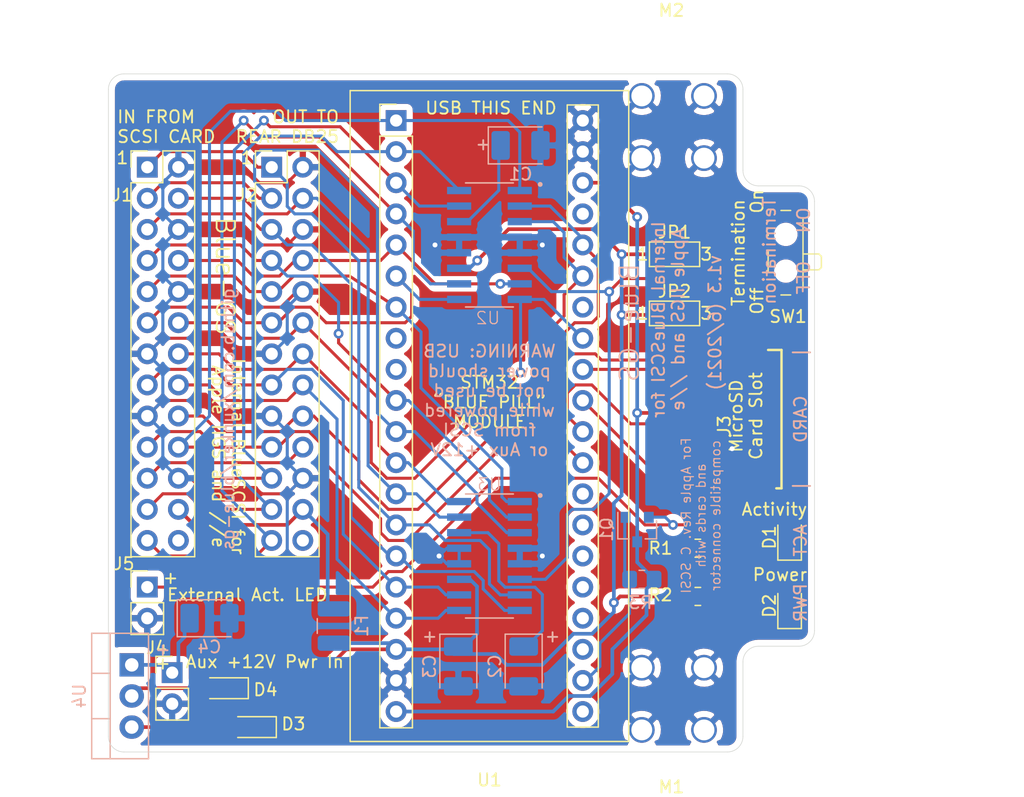
<source format=kicad_pcb>
(kicad_pcb (version 20171130) (host pcbnew "(5.1.8-0-10_14)")
  (layers (0 F.Cu signal) (31 B.Cu signal) (34 B.Paste user) (35 F.Paste user) (36 B.SilkS user) (37 F.SilkS user) (38 B.Mask user) (39 F.Mask user) (44 Edge.Cuts user))
  (net 0 "")
  (net 1 "Net-(U1-Pad37)")
  (net 2 "Net-(U1-Pad34)")
  (net 3 "Net-(U1-Pad8)")
  (net 4 "Net-(U1-Pad9)")
  (net 5 "Net-(U1-Pad28)")
  (net 6 "Net-(U1-Pad25)")
  (net 7 "Net-(U1-Pad24)")
  (net 8 "Net-(U1-Pad23)")
  (net 9 "Net-(U1-Pad21)")
  (net 10 "Net-(J1-Pad26)")
  (net 11 "Net-(J2-Pad26)")
  (net 12 +5V)
  (net 13 GND)
  (net 14 /SCSI_DB4)
  (net 15 /SCSI_DB2)
  (net 16 /SCSI_DB1)
  (net 17 /SCSI_DBP)
  (net 18 /SCSI_SEL)
  (net 19 /SCSI_ATN)
  (net 20 /SCSI_C_D)
  (net 21 /SCSI_DB7)
  (net 22 /SCSI_DB6)
  (net 23 /SCSI_DB5)
  (net 24 /SCSI_DB3)
  (net 25 /SCSI_DB0)
  (net 26 /SCSI_BSY)
  (net 27 /SCSI_ACK)
  (net 28 /SCSI_RST)
  (net 29 /SCSI_I_O)
  (net 30 /SCSI_MSG)
  (net 31 /SCSI_REQ)
  (net 32 /SD_MISO)
  (net 33 /SD_CSK)
  (net 34 +3V3)
  (net 35 /SD_MOSI)
  (net 36 /SD_CS)
  (net 37 "Net-(J3-Pad8)")
  (net 38 "Net-(J3-Pad1)")
  (net 39 "Net-(D2-Pad2)")
  (net 40 "Net-(C1-Pad1)")
  (net 41 "Net-(C2-Pad1)")
  (net 42 /TERM_DISC)
  (net 43 "Net-(D1-Pad1)")
  (net 44 /DEBUG_RX)
  (net 45 /DEBUG_TX)
  (net 46 "Net-(D4-Pad2)")
  (net 47 /+12V_AUX)
  (net 48 /TERM_EN)
  (net 49 /TERM_DIS)
  (net 50 /DISK_ACT)
  (net 51 /REG_OUT)
  (net 52 /SCSI_TERMPWR)
  (net 53 "Net-(D1-Pad2)")
  (module Package_TO_SOT_THT:TO-220-3_Vertical (layer B.Cu) (at 130.81 95.25 270)
    (fp_text reference U4 (at 2.54 4.27 90) (layer B.SilkS) (effects (justify mirror)))
    (fp_text value MC7805CT-BP)
    (pad 3 thru_hole oval (at 5.08 0 270) (size 1.905 2) (drill 1.1) (layers *.Cu *.Mask) (net 51 /REG_OUT))
    (pad 2 thru_hole oval (at 2.54 0 270) (size 1.905 2) (drill 1.1) (layers *.Cu *.Mask) (net 46 "Net-(D4-Pad2)"))
    (pad 1 thru_hole rect (at 0 0 270) (size 1.905 2) (drill 1.1) (layers *.Cu *.Mask) (net 47 /+12V_AUX))
  )
  (module "my library:keystone-7774" (layer F.Cu) (at 180.721 53.871 180)
    (fp_text reference M2 (at 5.842 12.065) (layer F.SilkS))
    (fp_text value Screw_Terminal_01x01)
    (pad 1 thru_hole circle (at 8.26 5.08 180) (size 2.1 2.1) (drill 1.7) (layers *.Cu *.Mask) (net 13 GND))
    (pad 1 thru_hole circle (at 3.18 5.08 180) (size 2.1 2.1) (drill 1.7) (layers *.Cu *.Mask) (net 13 GND))
    (pad 1 thru_hole circle (at 8.26 0 180) (size 2.1 2.1) (drill 1.7) (layers *.Cu *.Mask) (net 13 GND))
    (pad 1 thru_hole circle (at 3.18 0 180) (size 2.1 2.1) (drill 1.7) (layers *.Cu *.Mask) (net 13 GND))
  )
  (module "my library:keystone-7774" (layer F.Cu) (at 180.721 100.561 180)
    (fp_text reference M1 (at 5.842 -4.649) (layer F.SilkS))
    (fp_text value Screw_Terminal_01x01)
    (pad 1 thru_hole circle (at 8.26 5.08 180) (size 2.1 2.1) (drill 1.7) (layers *.Cu *.Mask) (net 13 GND))
    (pad 1 thru_hole circle (at 3.18 5.08 180) (size 2.1 2.1) (drill 1.7) (layers *.Cu *.Mask) (net 13 GND))
    (pad 1 thru_hole circle (at 8.26 0 180) (size 2.1 2.1) (drill 1.7) (layers *.Cu *.Mask) (net 13 GND))
    (pad 1 thru_hole circle (at 3.18 0 180) (size 2.1 2.1) (drill 1.7) (layers *.Cu *.Mask) (net 13 GND))
  )
  (module Connector_PinHeader_2.54mm:PinHeader_1x02_P2.54mm_Vertical (layer F.Cu) (at 132.08 88.9)
    (fp_text reference J5 (at -1.905 -1.905 180) (layer F.SilkS))
    (fp_text value Conn_01x02_Male)
    (pad 2 thru_hole oval (at 0 2.54) (size 1.7 1.7) (drill 1) (layers *.Cu *.Mask) (net 13 GND))
    (pad 1 thru_hole rect (at 0 0) (size 1.7 1.7) (drill 1) (layers *.Cu *.Mask) (net 53 "Net-(D1-Pad2)"))
  )
  (module Resistor_SMD:R_0805_2012Metric_Pad1.20x1.40mm_HandSolder (layer B.Cu) (at 172.466 88.265 180)
    (fp_text reference R3 (at 0.127 -1.905) (layer B.SilkS) (effects (justify mirror)))
    (fp_text value 10K)
    (pad 2 smd roundrect (at 1 0 180) (size 1.2 1.4) (layers B.Cu B.Paste B.Mask) (roundrect_rratio 0.2083325) (net 50 /DISK_ACT))
    (pad 1 smd roundrect (at -1 0 180) (size 1.2 1.4) (layers B.Cu B.Paste B.Mask) (roundrect_rratio 0.2083325) (net 34 +3V3))
  )
  (module Package_TO_SOT_SMD:SOT-23 (layer B.Cu) (at 172.085 84.201 270)
    (fp_text reference Q1 (at 0 2.5 90) (layer B.SilkS) (effects (justify mirror)))
    (fp_text value Q_PMOS_GSD)
    (pad 3 smd rect (at 1 0 270) (size 0.9 0.8) (layers B.Cu B.Paste B.Mask) (net 34 +3V3))
    (pad 2 smd rect (at -1 -0.95 270) (size 0.9 0.8) (layers B.Cu B.Paste B.Mask) (net 53 "Net-(D1-Pad2)"))
    (pad 1 smd rect (at -1 0.95 270) (size 0.9 0.8) (layers B.Cu B.Paste B.Mask) (net 50 /DISK_ACT))
  )
  (module Fuse:Fuse_1210_3225Metric (layer B.Cu) (at 147.32 92.075 90)
    (fp_text reference F1 (at 0 2.28 270) (layer B.SilkS) (effects (justify mirror)))
    (fp_text value Fuse)
    (pad 2 smd roundrect (at 1.4 0 90) (size 1.25 2.65) (layers B.Cu B.Paste B.Mask) (roundrect_rratio 0.2) (net 52 /SCSI_TERMPWR))
    (pad 1 smd roundrect (at -1.4 0 90) (size 1.25 2.65) (layers B.Cu B.Paste B.Mask) (roundrect_rratio 0.2) (net 12 +5V))
  )
  (module Jumper:SolderJumper-3_P1.3mm_Open_Pad1.0x1.5mm_NumberLabels (layer F.Cu) (at 175.133 66.548)
    (fp_text reference JP2 (at 0 -1.8) (layer F.SilkS))
    (fp_text value Jumper_3_Open)
    (fp_text user 1 (at -2.6 0) (layer F.SilkS))
    (fp_text user 3 (at 2.6 0) (layer F.SilkS))
    (pad 1 smd rect (at -1.3 0) (size 1 1.5) (layers F.Cu F.Mask) (net 12 +5V))
    (pad 2 smd rect (at 0 0) (size 1 1.5) (layers F.Cu F.Mask) (net 49 /TERM_DIS))
    (pad 3 smd rect (at 1.3 0) (size 1 1.5) (layers F.Cu F.Mask) (net 13 GND))
  )
  (module Jumper:SolderJumper-3_P1.3mm_Open_Pad1.0x1.5mm_NumberLabels (layer F.Cu) (at 175.133 61.722)
    (fp_text reference JP1 (at 0 -1.8) (layer F.SilkS))
    (fp_text value Jumper_3_Open)
    (fp_text user 1 (at -2.6 0) (layer F.SilkS))
    (fp_text user 3 (at 2.6 0) (layer F.SilkS))
    (pad 1 smd rect (at -1.3 0) (size 1 1.5) (layers F.Cu F.Mask) (net 12 +5V))
    (pad 2 smd rect (at 0 0) (size 1 1.5) (layers F.Cu F.Mask) (net 48 /TERM_EN))
    (pad 3 smd rect (at 1.3 0) (size 1 1.5) (layers F.Cu F.Mask) (net 13 GND))
  )
  (module "Molex 105162-0001:105162-0001" (layer F.Cu) (at 177.419 75.184 90)
    (fp_text reference J3 (at -0.549 1.778 90) (layer F.SilkS))
    (fp_text value 105162-0001)
    (pad 15 smd rect (at -2.204 0.105 90) (size 2.91 0.55) (layers F.Cu F.Paste F.Mask))
    (pad 14 smd rect (at 1.986 0.105 90) (size 2.91 0.55) (layers F.Cu F.Paste F.Mask))
    (pad 13 smd rect (at -5.325 4.535 90) (size 1.05 2.39) (layers F.Cu F.Paste F.Mask) (net 13 GND))
    (pad 12 smd rect (at -5.325 1.35 90) (size 1.05 1.2) (layers F.Cu F.Paste F.Mask) (net 13 GND))
    (pad 11 smd rect (at 5.325 0.78 90) (size 1.05 1.2) (layers F.Cu F.Paste F.Mask) (net 13 GND))
    (pad 10 smd rect (at 5.325 3.39 90) (size 1.05 1.08) (layers F.Cu F.Paste F.Mask) (net 13 GND))
    (pad 9 smd rect (at 5.31 4.66 90) (size 0.72 0.78) (layers F.Cu F.Paste F.Mask) (net 13 GND))
    (pad 8 smd rect (at -4.15 7.34 90) (size 0.5 1) (layers F.Cu F.Paste F.Mask) (net 37 "Net-(J3-Pad8)"))
    (pad 7 smd rect (at -3.05 7.34 90) (size 0.5 1) (layers F.Cu F.Paste F.Mask) (net 32 /SD_MISO))
    (pad 6 smd rect (at -1.95 7.34 90) (size 0.5 1) (layers F.Cu F.Paste F.Mask) (net 13 GND))
    (pad 5 smd rect (at -0.85 7.34 90) (size 0.5 1) (layers F.Cu F.Paste F.Mask) (net 33 /SD_CSK))
    (pad 4 smd rect (at 0.25 7.34 90) (size 0.5 1) (layers F.Cu F.Paste F.Mask) (net 34 +3V3))
    (pad 3 smd rect (at 1.35 7.34 90) (size 0.5 1) (layers F.Cu F.Paste F.Mask) (net 35 /SD_MOSI))
    (pad 2 smd rect (at 2.45 7.34 90) (size 0.5 1) (layers F.Cu F.Paste F.Mask) (net 36 /SD_CS))
    (pad 1 smd rect (at 3.55 7.34 90) (size 0.5 1) (layers F.Cu F.Paste F.Mask) (net 38 "Net-(J3-Pad1)"))
  )
  (module Diode_SMD:D_SOD-323_HandSoldering (layer F.Cu) (at 138.43 97.155 180)
    (fp_text reference D4 (at -3.302 -0.127) (layer F.SilkS))
    (fp_text value 1N4001)
    (pad 2 smd rect (at 1.25 0 180) (size 1 1) (layers F.Cu F.Paste F.Mask) (net 46 "Net-(D4-Pad2)"))
    (pad 1 smd rect (at -1.25 0 180) (size 1 1) (layers F.Cu F.Paste F.Mask) (net 13 GND))
  )
  (module Diode_SMD:D_SOD-323_HandSoldering (layer F.Cu) (at 140.716 100.33 180)
    (fp_text reference D3 (at -3.302 0.254) (layer F.SilkS))
    (fp_text value 1N4001)
    (pad 2 smd rect (at 1.25 0 180) (size 1 1) (layers F.Cu F.Paste F.Mask) (net 51 /REG_OUT))
    (pad 1 smd rect (at -1.25 0 180) (size 1 1) (layers F.Cu F.Paste F.Mask) (net 12 +5V))
  )
  (module Connector_PinHeader_2.54mm:PinHeader_1x02_P2.54mm_Vertical (layer F.Cu) (at 134.112 95.885)
    (fp_text reference J4 (at -1.27 -2.032 180) (layer F.SilkS))
    (fp_text value Conn_01x02_Male)
    (pad 2 thru_hole oval (at 0 2.54) (size 1.7 1.7) (drill 1) (layers *.Cu *.Mask) (net 13 GND))
    (pad 1 thru_hole rect (at 0 0) (size 1.7 1.7) (drill 1) (layers *.Cu *.Mask) (net 47 /+12V_AUX))
  )
  (module Capacitor_Tantalum_SMD:CP_EIA-3528-21_Kemet-B_Pad1.50x2.35mm_HandSolder (layer B.Cu) (at 137.16 91.44)
    (fp_text reference C4 (at 0 2.35 180) (layer B.SilkS) (effects (justify mirror)))
    (fp_text value 10uF)
    (pad 2 smd roundrect (at 1.625 0) (size 1.5 2.35) (layers B.Cu B.Paste B.Mask) (roundrect_rratio 0.1666666666666667) (net 13 GND))
    (pad 1 smd roundrect (at -1.625 0) (size 1.5 2.35) (layers B.Cu B.Paste B.Mask) (roundrect_rratio 0.1666666666666667) (net 47 /+12V_AUX))
  )
  (module Button_Switch_SMD:SW_SPDT_PCM12 (layer F.Cu) (at 183.896 61.595 90)
    (fp_text reference SW1 (at -5.207 0.508) (layer F.SilkS))
    (fp_text value SW_SPDT)
    (pad "" np_thru_hole circle (at -1.5 0.33 90) (size 0.9 0.9) (drill 0.9) (layers *.Cu *.Mask))
    (pad "" np_thru_hole circle (at 1.5 0.33 90) (size 0.9 0.9) (drill 0.9) (layers *.Cu *.Mask))
    (pad 1 smd rect (at -2.25 -1.43 90) (size 0.7 1.5) (layers F.Cu F.Paste F.Mask) (net 49 /TERM_DIS))
    (pad 2 smd rect (at 0.75 -1.43 90) (size 0.7 1.5) (layers F.Cu F.Paste F.Mask) (net 42 /TERM_DISC))
    (pad 3 smd rect (at 2.25 -1.43 90) (size 0.7 1.5) (layers F.Cu F.Paste F.Mask) (net 48 /TERM_EN))
    (pad "" smd rect (at -3.65 1.43 90) (size 1 0.8) (layers F.Cu F.Paste F.Mask))
    (pad "" smd rect (at 3.65 1.43 90) (size 1 0.8) (layers F.Cu F.Paste F.Mask))
    (pad "" smd rect (at 3.65 -0.78 90) (size 1 0.8) (layers F.Cu F.Paste F.Mask))
    (pad "" smd rect (at -3.65 -0.78 90) (size 1 0.8) (layers F.Cu F.Paste F.Mask))
  )
  (module Capacitor_Tantalum_SMD:CP_EIA-3528-21_Kemet-B_Pad1.50x2.35mm_HandSolder (layer B.Cu) (at 157.48 95.377 270)
    (fp_text reference C3 (at 0 2.35 90) (layer B.SilkS) (effects (justify mirror)))
    (fp_text value "4.7uF, 6.3v")
    (pad 2 smd roundrect (at 1.625 0 270) (size 1.5 2.35) (layers B.Cu B.Paste B.Mask) (roundrect_rratio 0.1666666666666667) (net 13 GND))
    (pad 1 smd roundrect (at -1.625 0 270) (size 1.5 2.35) (layers B.Cu B.Paste B.Mask) (roundrect_rratio 0.1666666666666667) (net 12 +5V))
  )
  (module Capacitor_Tantalum_SMD:CP_EIA-3528-21_Kemet-B_Pad1.50x2.35mm_HandSolder (layer B.Cu) (at 162.814 95.377 270)
    (fp_text reference C2 (at 0 2.35 90) (layer B.SilkS) (effects (justify mirror)))
    (fp_text value "4.7uF, 6.3v")
    (pad 2 smd roundrect (at 1.625 0 270) (size 1.5 2.35) (layers B.Cu B.Paste B.Mask) (roundrect_rratio 0.1666666666666667) (net 13 GND))
    (pad 1 smd roundrect (at -1.625 0 270) (size 1.5 2.35) (layers B.Cu B.Paste B.Mask) (roundrect_rratio 0.1666666666666667) (net 41 "Net-(C2-Pad1)"))
  )
  (module Capacitor_Tantalum_SMD:CP_EIA-3528-21_Kemet-B_Pad1.50x2.35mm_HandSolder (layer B.Cu) (at 162.56 52.832)
    (fp_text reference C1 (at 0 2.35) (layer B.SilkS) (effects (justify mirror)))
    (fp_text value "4.7uF, 6.3v")
    (pad 2 smd roundrect (at 1.625 0) (size 1.5 2.35) (layers B.Cu B.Paste B.Mask) (roundrect_rratio 0.1666666666666667) (net 13 GND))
    (pad 1 smd roundrect (at -1.625 0) (size 1.5 2.35) (layers B.Cu B.Paste B.Mask) (roundrect_rratio 0.1666666666666667) (net 40 "Net-(C1-Pad1)"))
  )
  (module LED_SMD:LED_0805_2012Metric_Pad1.15x1.40mm_HandSolder (layer F.Cu) (at 184.531 90.424 90)
    (fp_text reference D2 (at 0 -1.65 90) (layer F.SilkS))
    (fp_text value LED)
    (pad 2 smd roundrect (at 1.025 0 90) (size 1.15 1.4) (layers F.Cu F.Paste F.Mask) (roundrect_rratio 0.2173904347826087) (net 39 "Net-(D2-Pad2)"))
    (pad 1 smd roundrect (at -1.025 0 90) (size 1.15 1.4) (layers F.Cu F.Paste F.Mask) (roundrect_rratio 0.2173904347826087) (net 13 GND))
  )
  (module LED_SMD:LED_0805_2012Metric_Pad1.15x1.40mm_HandSolder (layer F.Cu) (at 184.531 84.836 90)
    (fp_text reference D1 (at 0 -1.65 90) (layer F.SilkS))
    (fp_text value LED)
    (pad 2 smd roundrect (at 1.025 0 90) (size 1.15 1.4) (layers F.Cu F.Paste F.Mask) (roundrect_rratio 0.2173904347826087) (net 53 "Net-(D1-Pad2)"))
    (pad 1 smd roundrect (at -1.025 0 90) (size 1.15 1.4) (layers F.Cu F.Paste F.Mask) (roundrect_rratio 0.2173904347826087) (net 43 "Net-(D1-Pad1)"))
  )
  (module Resistor_SMD:R_0805_2012Metric_Pad1.20x1.40mm_HandSolder (layer F.Cu) (at 177.038 89.662 180)
    (fp_text reference R2 (at 3.048 0.127) (layer F.SilkS))
    (fp_text value 1K)
    (pad 2 smd roundrect (at 1 0 180) (size 1.2 1.4) (layers F.Cu F.Paste F.Mask) (roundrect_rratio 0.2083325) (net 12 +5V))
    (pad 1 smd roundrect (at -1 0 180) (size 1.2 1.4) (layers F.Cu F.Paste F.Mask) (roundrect_rratio 0.2083325) (net 39 "Net-(D2-Pad2)"))
  )
  (module Resistor_SMD:R_0805_2012Metric_Pad1.20x1.40mm_HandSolder (layer F.Cu) (at 177.038 85.725)
    (fp_text reference R1 (at -3.048 0) (layer F.SilkS))
    (fp_text value 470)
    (pad 2 smd roundrect (at 1 0) (size 1.2 1.4) (layers F.Cu F.Paste F.Mask) (roundrect_rratio 0.2083325) (net 43 "Net-(D1-Pad1)"))
    (pad 1 smd roundrect (at -1 0) (size 1.2 1.4) (layers F.Cu F.Paste F.Mask) (roundrect_rratio 0.2083325) (net 13 GND))
  )
  (module Connector_PinHeader_2.54mm:PinHeader_2x13_P2.54mm_Vertical (layer F.Cu) (at 142.24 54.61)
    (fp_text reference J2 (at -2.032 2.286) (layer F.SilkS))
    (fp_text value Conn_02x13_Odd_Even)
    (pad 26 thru_hole oval (at 2.54 30.48) (size 1.7 1.7) (drill 1) (layers *.Cu *.Mask) (net 11 "Net-(J2-Pad26)"))
    (pad 25 thru_hole oval (at 0 30.48) (size 1.7 1.7) (drill 1) (layers *.Cu *.Mask) (net 21 /SCSI_DB7))
    (pad 24 thru_hole oval (at 2.54 27.94) (size 1.7 1.7) (drill 1) (layers *.Cu *.Mask) (net 52 /SCSI_TERMPWR))
    (pad 23 thru_hole oval (at 0 27.94) (size 1.7 1.7) (drill 1) (layers *.Cu *.Mask) (net 22 /SCSI_DB6))
    (pad 22 thru_hole oval (at 2.54 25.4) (size 1.7 1.7) (drill 1) (layers *.Cu *.Mask) (net 13 GND))
    (pad 21 thru_hole oval (at 0 25.4) (size 1.7 1.7) (drill 1) (layers *.Cu *.Mask) (net 23 /SCSI_DB5))
    (pad 20 thru_hole oval (at 2.54 22.86) (size 1.7 1.7) (drill 1) (layers *.Cu *.Mask) (net 14 /SCSI_DB4))
    (pad 19 thru_hole oval (at 0 22.86) (size 1.7 1.7) (drill 1) (layers *.Cu *.Mask) (net 24 /SCSI_DB3))
    (pad 18 thru_hole oval (at 2.54 20.32) (size 1.7 1.7) (drill 1) (layers *.Cu *.Mask) (net 15 /SCSI_DB2))
    (pad 17 thru_hole oval (at 0 20.32) (size 1.7 1.7) (drill 1) (layers *.Cu *.Mask) (net 13 GND))
    (pad 16 thru_hole oval (at 2.54 17.78) (size 1.7 1.7) (drill 1) (layers *.Cu *.Mask) (net 16 /SCSI_DB1))
    (pad 15 thru_hole oval (at 0 17.78) (size 1.7 1.7) (drill 1) (layers *.Cu *.Mask) (net 25 /SCSI_DB0))
    (pad 14 thru_hole oval (at 2.54 15.24) (size 1.7 1.7) (drill 1) (layers *.Cu *.Mask) (net 17 /SCSI_DBP))
    (pad 13 thru_hole oval (at 0 15.24) (size 1.7 1.7) (drill 1) (layers *.Cu *.Mask) (net 13 GND))
    (pad 12 thru_hole oval (at 2.54 12.7) (size 1.7 1.7) (drill 1) (layers *.Cu *.Mask) (net 18 /SCSI_SEL))
    (pad 11 thru_hole oval (at 0 12.7) (size 1.7 1.7) (drill 1) (layers *.Cu *.Mask) (net 26 /SCSI_BSY))
    (pad 10 thru_hole oval (at 2.54 10.16) (size 1.7 1.7) (drill 1) (layers *.Cu *.Mask) (net 13 GND))
    (pad 9 thru_hole oval (at 0 10.16) (size 1.7 1.7) (drill 1) (layers *.Cu *.Mask) (net 27 /SCSI_ACK))
    (pad 8 thru_hole oval (at 2.54 7.62) (size 1.7 1.7) (drill 1) (layers *.Cu *.Mask) (net 19 /SCSI_ATN))
    (pad 7 thru_hole oval (at 0 7.62) (size 1.7 1.7) (drill 1) (layers *.Cu *.Mask) (net 28 /SCSI_RST))
    (pad 6 thru_hole oval (at 2.54 5.08) (size 1.7 1.7) (drill 1) (layers *.Cu *.Mask) (net 13 GND))
    (pad 5 thru_hole oval (at 0 5.08) (size 1.7 1.7) (drill 1) (layers *.Cu *.Mask) (net 29 /SCSI_I_O))
    (pad 4 thru_hole oval (at 2.54 2.54) (size 1.7 1.7) (drill 1) (layers *.Cu *.Mask) (net 20 /SCSI_C_D))
    (pad 3 thru_hole oval (at 0 2.54) (size 1.7 1.7) (drill 1) (layers *.Cu *.Mask) (net 30 /SCSI_MSG))
    (pad 2 thru_hole oval (at 2.54 0) (size 1.7 1.7) (drill 1) (layers *.Cu *.Mask) (net 13 GND))
    (pad 1 thru_hole rect (at 0 0) (size 1.7 1.7) (drill 1) (layers *.Cu *.Mask) (net 31 /SCSI_REQ))
  )
  (module "my library:YAAJ_BluePill_2" (layer F.Cu) (at 152.4 50.8)
    (fp_text reference U1 (at 7.62 53.848) (layer F.SilkS))
    (fp_text value YAAJ_BluePill hide)
    (pad 40 thru_hole circle (at 15.24 0) (size 1.7 1.7) (drill 1) (layers *.Cu *.Mask) (net 13 GND))
    (pad 1 thru_hole rect (at 0 0) (size 1.7 1.7) (drill 1) (layers *.Cu *.Mask) (net 14 /SCSI_DB4))
    (pad 39 thru_hole circle (at 15.24 2.54) (size 1.7 1.7) (drill 1) (layers *.Cu *.Mask) (net 13 GND))
    (pad 2 thru_hole circle (at 0 2.54) (size 1.7 1.7) (drill 1) (layers *.Cu *.Mask) (net 23 /SCSI_DB5))
    (pad 38 thru_hole circle (at 15.24 5.08) (size 1.7 1.7) (drill 1) (layers *.Cu *.Mask) (net 34 +3V3))
    (pad 3 thru_hole circle (at 0 5.08) (size 1.7 1.7) (drill 1) (layers *.Cu *.Mask) (net 22 /SCSI_DB6))
    (pad 37 thru_hole circle (at 15.24 7.62) (size 1.7 1.7) (drill 1) (layers *.Cu *.Mask) (net 1 "Net-(U1-Pad37)"))
    (pad 4 thru_hole circle (at 0 7.62) (size 1.7 1.7) (drill 1) (layers *.Cu *.Mask) (net 21 /SCSI_DB7))
    (pad 36 thru_hole circle (at 15.24 10.16) (size 1.7 1.7) (drill 1) (layers *.Cu *.Mask) (net 24 /SCSI_DB3))
    (pad 5 thru_hole circle (at 0 10.16) (size 1.7 1.7) (drill 1) (layers *.Cu *.Mask) (net 19 /SCSI_ATN))
    (pad 35 thru_hole circle (at 15.24 12.7) (size 1.7 1.7) (drill 1) (layers *.Cu *.Mask) (net 15 /SCSI_DB2))
    (pad 6 thru_hole circle (at 0 12.7) (size 1.7 1.7) (drill 1) (layers *.Cu *.Mask) (net 26 /SCSI_BSY))
    (pad 34 thru_hole circle (at 15.24 15.24) (size 1.7 1.7) (drill 1) (layers *.Cu *.Mask) (net 2 "Net-(U1-Pad34)"))
    (pad 7 thru_hole circle (at 0 15.24) (size 1.7 1.7) (drill 1) (layers *.Cu *.Mask) (net 27 /SCSI_ACK))
    (pad 33 thru_hole circle (at 15.24 17.78) (size 1.7 1.7) (drill 1) (layers *.Cu *.Mask) (net 17 /SCSI_DBP))
    (pad 8 thru_hole circle (at 0 17.78) (size 1.7 1.7) (drill 1) (layers *.Cu *.Mask) (net 3 "Net-(U1-Pad8)"))
    (pad 32 thru_hole circle (at 15.24 20.32) (size 1.7 1.7) (drill 1) (layers *.Cu *.Mask) (net 35 /SD_MOSI))
    (pad 9 thru_hole circle (at 0 20.32) (size 1.7 1.7) (drill 1) (layers *.Cu *.Mask) (net 4 "Net-(U1-Pad9)"))
    (pad 31 thru_hole circle (at 15.24 22.86) (size 1.7 1.7) (drill 1) (layers *.Cu *.Mask) (net 32 /SD_MISO))
    (pad 10 thru_hole circle (at 0 22.86) (size 1.7 1.7) (drill 1) (layers *.Cu *.Mask) (net 28 /SCSI_RST))
    (pad 30 thru_hole circle (at 15.24 25.4) (size 1.7 1.7) (drill 1) (layers *.Cu *.Mask) (net 33 /SD_CSK))
    (pad 11 thru_hole circle (at 0 25.4) (size 1.7 1.7) (drill 1) (layers *.Cu *.Mask) (net 30 /SCSI_MSG))
    (pad 29 thru_hole circle (at 15.24 27.94) (size 1.7 1.7) (drill 1) (layers *.Cu *.Mask) (net 36 /SD_CS))
    (pad 12 thru_hole circle (at 0 27.94) (size 1.7 1.7) (drill 1) (layers *.Cu *.Mask) (net 18 /SCSI_SEL))
    (pad 28 thru_hole circle (at 15.24 30.48) (size 1.7 1.7) (drill 1) (layers *.Cu *.Mask) (net 5 "Net-(U1-Pad28)"))
    (pad 13 thru_hole circle (at 0 30.48) (size 1.7 1.7) (drill 1) (layers *.Cu *.Mask) (net 20 /SCSI_C_D))
    (pad 27 thru_hole circle (at 15.24 33.02) (size 1.7 1.7) (drill 1) (layers *.Cu *.Mask) (net 44 /DEBUG_RX))
    (pad 14 thru_hole circle (at 0 33.02) (size 1.7 1.7) (drill 1) (layers *.Cu *.Mask) (net 31 /SCSI_REQ))
    (pad 26 thru_hole circle (at 15.24 35.56) (size 1.7 1.7) (drill 1) (layers *.Cu *.Mask) (net 45 /DEBUG_TX))
    (pad 15 thru_hole circle (at 0 35.56) (size 1.7 1.7) (drill 1) (layers *.Cu *.Mask) (net 29 /SCSI_I_O))
    (pad 25 thru_hole circle (at 15.24 38.1) (size 1.7 1.7) (drill 1) (layers *.Cu *.Mask) (net 6 "Net-(U1-Pad25)"))
    (pad 16 thru_hole circle (at 0 38.1) (size 1.7 1.7) (drill 1) (layers *.Cu *.Mask) (net 25 /SCSI_DB0))
    (pad 24 thru_hole circle (at 15.24 40.64) (size 1.7 1.7) (drill 1) (layers *.Cu *.Mask) (net 7 "Net-(U1-Pad24)"))
    (pad 17 thru_hole circle (at 0 40.64) (size 1.7 1.7) (drill 1) (layers *.Cu *.Mask) (net 16 /SCSI_DB1))
    (pad 23 thru_hole circle (at 15.24 43.18) (size 1.7 1.7) (drill 1) (layers *.Cu *.Mask) (net 8 "Net-(U1-Pad23)"))
    (pad 18 thru_hole circle (at 0 43.18) (size 1.7 1.7) (drill 1) (layers *.Cu *.Mask) (net 12 +5V))
    (pad 22 thru_hole circle (at 15.24 45.72) (size 1.7 1.7) (drill 1) (layers *.Cu *.Mask) (net 50 /DISK_ACT))
    (pad 19 thru_hole circle (at 0 45.72) (size 1.7 1.7) (drill 1) (layers *.Cu *.Mask) (net 13 GND))
    (pad 21 thru_hole circle (at 15.24 48.26) (size 1.7 1.7) (drill 1) (layers *.Cu *.Mask) (net 9 "Net-(U1-Pad21)"))
    (pad 20 thru_hole circle (at 0 48.26) (size 1.7 1.7) (drill 1) (layers *.Cu *.Mask) (net 34 +3V3))
  )
  (module "my library:SOIC127P600X175-16N" (layer B.Cu) (at 160.02 86.36 180)
    (fp_text reference U3 (at 0 5.842) (layer B.SilkS) (effects (font (thickness 0.1)) (justify mirror)))
    (fp_text value "UC560x, UCC56xx")
    (pad 1 smd rect (at -2.475 4.445 180) (size 1.97 0.6) (layers B.Cu B.Paste B.Mask) (net 27 /SCSI_ACK))
    (pad 2 smd rect (at -2.475 3.175 180) (size 1.97 0.6) (layers B.Cu B.Paste B.Mask) (net 28 /SCSI_RST))
    (pad 3 smd rect (at -2.475 1.905 180) (size 1.97 0.6) (layers B.Cu B.Paste B.Mask) (net 30 /SCSI_MSG))
    (pad 4 smd rect (at -2.475 0.635 180) (size 1.97 0.6) (layers B.Cu B.Paste B.Mask) (net 13 GND))
    (pad 5 smd rect (at -2.475 -0.635 180) (size 1.97 0.6) (layers B.Cu B.Paste B.Mask) (net 13 GND))
    (pad 6 smd rect (at -2.475 -1.905 180) (size 1.97 0.6) (layers B.Cu B.Paste B.Mask) (net 42 /TERM_DISC))
    (pad 7 smd rect (at -2.475 -3.175 180) (size 1.97 0.6) (layers B.Cu B.Paste B.Mask) (net 31 /SCSI_REQ))
    (pad 8 smd rect (at -2.475 -4.445 180) (size 1.97 0.6) (layers B.Cu B.Paste B.Mask) (net 29 /SCSI_I_O))
    (pad 9 smd rect (at 2.475 -4.445 180) (size 1.97 0.6) (layers B.Cu B.Paste B.Mask) (net 16 /SCSI_DB1))
    (pad 10 smd rect (at 2.475 -3.175 180) (size 1.97 0.6) (layers B.Cu B.Paste B.Mask) (net 25 /SCSI_DB0))
    (pad 11 smd rect (at 2.475 -1.905 180) (size 1.97 0.6) (layers B.Cu B.Paste B.Mask) (net 12 +5V))
    (pad 12 smd rect (at 2.475 -0.635 180) (size 1.97 0.6) (layers B.Cu B.Paste B.Mask) (net 13 GND))
    (pad 13 smd rect (at 2.475 0.635 180) (size 1.97 0.6) (layers B.Cu B.Paste B.Mask) (net 13 GND))
    (pad 14 smd rect (at 2.475 1.905 180) (size 1.97 0.6) (layers B.Cu B.Paste B.Mask) (net 41 "Net-(C2-Pad1)"))
    (pad 15 smd rect (at 2.475 3.175 180) (size 1.97 0.6) (layers B.Cu B.Paste B.Mask) (net 20 /SCSI_C_D))
    (pad 16 smd rect (at 2.475 4.445 180) (size 1.97 0.6) (layers B.Cu B.Paste B.Mask) (net 18 /SCSI_SEL))
  )
  (module "my library:SOIC127P600X175-16N" (layer B.Cu) (at 160.02 60.96 180)
    (fp_text reference U2 (at 0.127 -5.969) (layer B.SilkS) (effects (font (thickness 0.1)) (justify mirror)))
    (fp_text value "UC560x, UCC56xx")
    (pad 1 smd rect (at -2.475 4.445 180) (size 1.97 0.6) (layers B.Cu B.Paste B.Mask) (net 14 /SCSI_DB4))
    (pad 2 smd rect (at -2.475 3.175 180) (size 1.97 0.6) (layers B.Cu B.Paste B.Mask) (net 24 /SCSI_DB3))
    (pad 3 smd rect (at -2.475 1.905 180) (size 1.97 0.6) (layers B.Cu B.Paste B.Mask) (net 15 /SCSI_DB2))
    (pad 4 smd rect (at -2.475 0.635 180) (size 1.97 0.6) (layers B.Cu B.Paste B.Mask) (net 13 GND))
    (pad 5 smd rect (at -2.475 -0.635 180) (size 1.97 0.6) (layers B.Cu B.Paste B.Mask) (net 13 GND))
    (pad 6 smd rect (at -2.475 -1.905 180) (size 1.97 0.6) (layers B.Cu B.Paste B.Mask) (net 42 /TERM_DISC))
    (pad 7 smd rect (at -2.475 -3.175 180) (size 1.97 0.6) (layers B.Cu B.Paste B.Mask) (net 19 /SCSI_ATN))
    (pad 8 smd rect (at -2.475 -4.445 180) (size 1.97 0.6) (layers B.Cu B.Paste B.Mask) (net 17 /SCSI_DBP))
    (pad 9 smd rect (at 2.475 -4.445 180) (size 1.97 0.6) (layers B.Cu B.Paste B.Mask) (net 26 /SCSI_BSY))
    (pad 10 smd rect (at 2.475 -3.175 180) (size 1.97 0.6) (layers B.Cu B.Paste B.Mask) (net 21 /SCSI_DB7))
    (pad 11 smd rect (at 2.475 -1.905 180) (size 1.97 0.6) (layers B.Cu B.Paste B.Mask) (net 12 +5V))
    (pad 12 smd rect (at 2.475 -0.635 180) (size 1.97 0.6) (layers B.Cu B.Paste B.Mask) (net 13 GND))
    (pad 13 smd rect (at 2.475 0.635 180) (size 1.97 0.6) (layers B.Cu B.Paste B.Mask) (net 13 GND))
    (pad 14 smd rect (at 2.475 1.905 180) (size 1.97 0.6) (layers B.Cu B.Paste B.Mask) (net 40 "Net-(C1-Pad1)"))
    (pad 15 smd rect (at 2.475 3.175 180) (size 1.97 0.6) (layers B.Cu B.Paste B.Mask) (net 22 /SCSI_DB6))
    (pad 16 smd rect (at 2.475 4.445 180) (size 1.97 0.6) (layers B.Cu B.Paste B.Mask) (net 23 /SCSI_DB5))
  )
  (module Connector_PinHeader_2.54mm:PinHeader_2x13_P2.54mm_Vertical (layer F.Cu) (at 132.08 54.61)
    (fp_text reference J1 (at -2.032 2.286) (layer F.SilkS))
    (fp_text value Conn_02x13_Odd_Even)
    (pad 26 thru_hole oval (at 2.54 30.48) (size 1.7 1.7) (drill 1) (layers *.Cu *.Mask) (net 10 "Net-(J1-Pad26)"))
    (pad 25 thru_hole oval (at 0 30.48) (size 1.7 1.7) (drill 1) (layers *.Cu *.Mask) (net 21 /SCSI_DB7))
    (pad 24 thru_hole oval (at 2.54 27.94) (size 1.7 1.7) (drill 1) (layers *.Cu *.Mask) (net 52 /SCSI_TERMPWR))
    (pad 23 thru_hole oval (at 0 27.94) (size 1.7 1.7) (drill 1) (layers *.Cu *.Mask) (net 22 /SCSI_DB6))
    (pad 22 thru_hole oval (at 2.54 25.4) (size 1.7 1.7) (drill 1) (layers *.Cu *.Mask) (net 13 GND))
    (pad 21 thru_hole oval (at 0 25.4) (size 1.7 1.7) (drill 1) (layers *.Cu *.Mask) (net 23 /SCSI_DB5))
    (pad 20 thru_hole oval (at 2.54 22.86) (size 1.7 1.7) (drill 1) (layers *.Cu *.Mask) (net 14 /SCSI_DB4))
    (pad 19 thru_hole oval (at 0 22.86) (size 1.7 1.7) (drill 1) (layers *.Cu *.Mask) (net 24 /SCSI_DB3))
    (pad 18 thru_hole oval (at 2.54 20.32) (size 1.7 1.7) (drill 1) (layers *.Cu *.Mask) (net 15 /SCSI_DB2))
    (pad 17 thru_hole oval (at 0 20.32) (size 1.7 1.7) (drill 1) (layers *.Cu *.Mask) (net 13 GND))
    (pad 16 thru_hole oval (at 2.54 17.78) (size 1.7 1.7) (drill 1) (layers *.Cu *.Mask) (net 16 /SCSI_DB1))
    (pad 15 thru_hole oval (at 0 17.78) (size 1.7 1.7) (drill 1) (layers *.Cu *.Mask) (net 25 /SCSI_DB0))
    (pad 14 thru_hole oval (at 2.54 15.24) (size 1.7 1.7) (drill 1) (layers *.Cu *.Mask) (net 17 /SCSI_DBP))
    (pad 13 thru_hole oval (at 0 15.24) (size 1.7 1.7) (drill 1) (layers *.Cu *.Mask) (net 13 GND))
    (pad 12 thru_hole oval (at 2.54 12.7) (size 1.7 1.7) (drill 1) (layers *.Cu *.Mask) (net 18 /SCSI_SEL))
    (pad 11 thru_hole oval (at 0 12.7) (size 1.7 1.7) (drill 1) (layers *.Cu *.Mask) (net 26 /SCSI_BSY))
    (pad 10 thru_hole oval (at 2.54 10.16) (size 1.7 1.7) (drill 1) (layers *.Cu *.Mask) (net 13 GND))
    (pad 9 thru_hole oval (at 0 10.16) (size 1.7 1.7) (drill 1) (layers *.Cu *.Mask) (net 27 /SCSI_ACK))
    (pad 8 thru_hole oval (at 2.54 7.62) (size 1.7 1.7) (drill 1) (layers *.Cu *.Mask) (net 19 /SCSI_ATN))
    (pad 7 thru_hole oval (at 0 7.62) (size 1.7 1.7) (drill 1) (layers *.Cu *.Mask) (net 28 /SCSI_RST))
    (pad 6 thru_hole oval (at 2.54 5.08) (size 1.7 1.7) (drill 1) (layers *.Cu *.Mask) (net 13 GND))
    (pad 5 thru_hole oval (at 0 5.08) (size 1.7 1.7) (drill 1) (layers *.Cu *.Mask) (net 29 /SCSI_I_O))
    (pad 4 thru_hole oval (at 2.54 2.54) (size 1.7 1.7) (drill 1) (layers *.Cu *.Mask) (net 20 /SCSI_C_D))
    (pad 3 thru_hole oval (at 0 2.54) (size 1.7 1.7) (drill 1) (layers *.Cu *.Mask) (net 30 /SCSI_MSG))
    (pad 2 thru_hole oval (at 2.54 0) (size 1.7 1.7) (drill 1) (layers *.Cu *.Mask) (net 13 GND))
    (pad 1 thru_hole rect (at 0 0) (size 1.7 1.7) (drill 1) (layers *.Cu *.Mask) (net 31 /SCSI_REQ))
  )
  (gr_text "|    CARD    |" (at 185.42 75.184 90) (layer B.SilkS) (effects (font (size 1 1)) (justify mirror)))
  (gr_text "External Act. LED" (at 133.604 89.535) (layer F.SilkS) (effects (font (size 1 1)) (justify left)))
  (gr_text + (at 133.985 88.265 180) (layer F.SilkS) (effects (font (size 1 1))))
  (gr_text Blue-GS (at 138.43 63.5 270) (layer F.SilkS) (effects (font (size 1.5 1.5))))
  (gr_text "v1.3 (6/2021)" (at 178.435 67.31 90) (layer B.SilkS) (effects (font (size 1 1)) (justify mirror)))
  (gr_text Blue-GS (at 171.45 67.31 90) (layer B.SilkS) (effects (font (size 1.5 1.5)) (justify mirror)))
  (gr_text + (at 133.35 95.25 180) (layer F.SilkS) (effects (font (size 1 1))))
  (gr_text + (at 133.35 93.98) (layer B.SilkS) (effects (font (size 1 1)) (justify mirror)))
  (gr_text "Aux +12V Pwr In" (at 135.128 94.996) (layer F.SilkS) (effects (font (size 1 1)) (justify left)))
  (gr_text "Internal BlueSCSI for\nApple IIGS and //e" (at 174.625 67.056 90) (layer B.SilkS) (effects (font (size 1 1)) (justify mirror)))
  (gr_arc (start 181.991 94.996) (end 181.991 93.726) (angle -90) (layer Edge.Cuts) (width 0.05))
  (gr_arc (start 181.991 54.864) (end 180.721 54.864) (angle -90) (layer Edge.Cuts) (width 0.05))
  (gr_arc (start 185.293 57.404) (end 186.563 57.404) (angle -90) (layer Edge.Cuts) (width 0.05))
  (gr_arc (start 185.293 92.456) (end 185.293 93.726) (angle -90) (layer Edge.Cuts) (width 0.05))
  (gr_arc (start 130.175 101.092) (end 128.905 101.092) (angle -90) (layer Edge.Cuts) (width 0.05))
  (gr_arc (start 179.451 101.092) (end 179.451 102.362) (angle -90) (layer Edge.Cuts) (width 0.05))
  (gr_arc (start 179.451 48.26) (end 180.721 48.26) (angle -90) (layer Edge.Cuts) (width 0.05))
  (gr_arc (start 130.175 48.26) (end 130.175 46.99) (angle -90) (layer Edge.Cuts) (width 0.05))
  (gr_text "WARNING: USB\npower should\nnot be used\nwhile powered\nfrom SCSI\nor Aux +12V" (at 160.02 73.66) (layer B.SilkS) (effects (font (size 1 1)) (justify mirror)))
  (gr_line (start 181.991 93.726) (end 185.293 93.726) (layer Edge.Cuts) (width 0.05))
  (gr_line (start 180.721 94.996) (end 180.721 101.092) (layer Edge.Cuts) (width 0.05))
  (gr_line (start 181.991 56.134) (end 185.293 56.134) (layer Edge.Cuts) (width 0.05))
  (gr_line (start 180.721 48.26) (end 180.721 54.864) (layer Edge.Cuts) (width 0.05))
  (gr_text "For Apple Rev. C SCSI\nand cards with\ncompatible connector" (at 177.292 83.058 90) (layer B.SilkS) (effects (font (size 0.75 0.75) (thickness 0.1)) (justify mirror)))
  (gr_text "MicroSD\nCard Slot" (at 180.975 74.93 90) (layer F.SilkS) (effects (font (size 1 1))))
  (gr_text Off (at 181.864 65.532 90) (layer F.SilkS) (effects (font (size 1 1))))
  (gr_text On (at 181.864 57.404 90) (layer F.SilkS) (effects (font (size 1 1))))
  (gr_text Termination (at 180.34 61.595 90) (layer F.SilkS) (effects (font (size 1 1))))
  (gr_text Power (at 186.055 87.884) (layer F.SilkS) (effects (font (size 1 1)) (justify right)))
  (gr_text Activity (at 186.055 82.55) (layer F.SilkS) (effects (font (size 1 1)) (justify right)))
  (gr_text github.com/xunker/blue-gs (at 138.684 75.184 90) (layer B.SilkS) (effects (font (size 1 1)) (justify mirror)))
  (gr_text "Internal BlueSCSI for\nApple IIGS and //e\n" (at 138.684 78.232 270) (layer F.SilkS) (effects (font (size 1 1))))
  (gr_text + (at 155.067 92.964 90) (layer B.SilkS) (effects (font (size 1 1)) (justify mirror)))
  (gr_text + (at 165.1 92.964 90) (layer B.SilkS) (effects (font (size 1 1)) (justify mirror)))
  (gr_text + (at 159.512 52.705) (layer B.SilkS) (effects (font (size 1 1)) (justify mirror)))
  (gr_text "ON   OFF" (at 185.674 61.468 90) (layer B.SilkS) (effects (font (size 1 1)) (justify mirror)))
  (gr_text PWR (at 185.42 90.17 90) (layer B.SilkS) (effects (font (size 1 1)) (justify mirror)))
  (gr_text ACT (at 185.42 85.09 90) (layer B.SilkS) (effects (font (size 1 1)) (justify mirror)))
  (gr_text Termination (at 182.88 61.468 90) (layer B.SilkS) (effects (font (size 1 1)) (justify mirror)))
  (gr_text "STM32\n“BLUE PILL”\nMODULE" (at 160.02 73.787) (layer F.SilkS) (effects (font (size 1 1))))
  (gr_text 1 (at 130.048 53.848) (layer F.SilkS) (effects (font (size 1 1))))
  (gr_text 1 (at 140.208 53.848) (layer F.SilkS) (effects (font (size 1 1))))
  (gr_text "USB THIS END" (at 160.147 49.784) (layer F.SilkS) (effects (font (size 1 1))))
  (gr_text "OUT TO\nREAR DB25\n" (at 147.828 51.308) (layer F.SilkS) (effects (font (size 1 1)) (justify right)))
  (gr_text "IN FROM\nSCSI CARD" (at 129.54 51.308) (layer F.SilkS) (effects (font (size 1 1)) (justify left)))
  (gr_line (start 130.175 46.99) (end 179.451 46.99) (layer Edge.Cuts) (width 0.05))
  (gr_line (start 128.905 101.092) (end 128.905 48.26) (layer Edge.Cuts) (width 0.05))
  (gr_line (start 179.451 102.362) (end 130.175 102.362) (layer Edge.Cuts) (width 0.05))
  (gr_line (start 186.563 57.404) (end 186.563 92.456) (layer Edge.Cuts) (width 0.05))
  (via (at 159.02532 62.233641) (size 0.8) (drill 0.4) (layers F.Cu B.Cu) (net 12))
  (segment (start 157.545 62.865) (end 158.393961 62.865) (width 0.3) (layer B.Cu) (net 12))
  (segment (start 158.393961 62.865) (end 159.02532 62.233641) (width 0.3) (layer B.Cu) (net 12))
  (segment (start 159.004 92.71) (end 157.734 93.98) (width 0.3) (layer B.Cu) (net 12))
  (segment (start 159.004 88.8425) (end 159.004 92.71) (width 0.3) (layer B.Cu) (net 12))
  (segment (start 157.734 93.98) (end 152.4 93.98) (width 0.3) (layer B.Cu) (net 12))
  (segment (start 158.4265 88.265) (end 159.004 88.8425) (width 0.3) (layer B.Cu) (net 12))
  (segment (start 157.545 88.265) (end 158.4265 88.265) (width 0.3) (layer B.Cu) (net 12))
  (segment (start 161.58796 59.671001) (end 168.764001 59.671001) (width 0.3) (layer F.Cu) (net 12))
  (segment (start 173.833 61.722) (end 170.815 61.722) (width 0.3) (layer F.Cu) (net 12))
  (segment (start 159.02532 62.233641) (end 161.58796 59.671001) (width 0.3) (layer F.Cu) (net 12))
  (segment (start 168.764001 59.671001) (end 170.815 61.722) (width 0.3) (layer F.Cu) (net 12))
  (via (at 170.815 61.722) (size 0.8) (drill 0.4) (layers F.Cu B.Cu) (net 12))
  (segment (start 151.895 93.475) (end 152.4 93.98) (width 0.3) (layer B.Cu) (net 12))
  (segment (start 170.814998 66.675) (end 170.814998 61.722002) (width 0.3) (layer B.Cu) (net 12))
  (segment (start 173.579 66.675) (end 170.814998 66.675) (width 0.3) (layer F.Cu) (net 12))
  (segment (start 170.814998 61.722002) (end 170.815 61.722) (width 0.3) (layer B.Cu) (net 12))
  (segment (start 173.833 66.421) (end 173.579 66.675) (width 0.3) (layer F.Cu) (net 12))
  (via (at 170.814998 66.675) (size 0.8) (drill 0.4) (layers F.Cu B.Cu) (net 12))
  (segment (start 176.038 89.662) (end 170.688 89.662) (width 0.3) (layer F.Cu) (net 12))
  (segment (start 170.688 89.662) (end 170.18 90.17) (width 0.3) (layer F.Cu) (net 12))
  (via (at 170.18 90.17) (size 0.8) (drill 0.4) (layers F.Cu B.Cu) (net 12))
  (segment (start 170.814998 81.407002) (end 170.814998 66.675) (width 0.3) (layer B.Cu) (net 12))
  (segment (start 170.18 82.042) (end 170.814998 81.407002) (width 0.3) (layer B.Cu) (net 12))
  (segment (start 170.18 90.17) (end 170.18 82.042) (width 0.3) (layer B.Cu) (net 12))
  (segment (start 157.1125 94.361) (end 156.718 93.9665) (width 0.3) (layer B.Cu) (net 12))
  (segment (start 160.529687 94.361) (end 157.1125 94.361) (width 0.3) (layer B.Cu) (net 12))
  (segment (start 161.418687 95.25) (end 160.529687 94.361) (width 0.3) (layer B.Cu) (net 12))
  (segment (start 170.18 90.17) (end 170.18 90.932) (width 0.3) (layer B.Cu) (net 12))
  (segment (start 164.338 95.25) (end 161.418687 95.25) (width 0.3) (layer B.Cu) (net 12))
  (segment (start 166.878 92.71) (end 164.338 95.25) (width 0.3) (layer B.Cu) (net 12))
  (segment (start 168.402 92.71) (end 166.878 92.71) (width 0.3) (layer B.Cu) (net 12))
  (segment (start 170.18 90.932) (end 168.402 92.71) (width 0.3) (layer B.Cu) (net 12))
  (segment (start 147.955 93.475) (end 151.895 93.475) (width 0.3) (layer B.Cu) (net 12))
  (segment (start 141.986 100.33) (end 148.336 93.98) (width 0.3) (layer F.Cu) (net 12))
  (segment (start 148.336 93.98) (end 152.4 93.98) (width 0.3) (layer F.Cu) (net 12))
  (segment (start 141.966 100.33) (end 141.986 100.33) (width 0.3) (layer F.Cu) (net 12))
  (segment (start 157.545 85.725) (end 157.545 86.995) (width 0.25) (layer B.Cu) (net 13))
  (segment (start 157.545 60.325) (end 162.495 60.325) (width 0.25) (layer B.Cu) (net 13))
  (segment (start 157.418 61.468) (end 157.545 61.595) (width 0.25) (layer B.Cu) (net 13))
  (via (at 155.575 60.96) (size 0.8) (drill 0.4) (layers F.Cu B.Cu) (net 13))
  (segment (start 143.51 60.96) (end 144.78 59.69) (width 0.25) (layer F.Cu) (net 13))
  (segment (start 139.954 59.69) (end 141.224 60.96) (width 0.25) (layer F.Cu) (net 13))
  (segment (start 141.224 60.96) (end 143.51 60.96) (width 0.25) (layer F.Cu) (net 13))
  (segment (start 134.62 59.69) (end 139.954 59.69) (width 0.25) (layer F.Cu) (net 13))
  (segment (start 143.51 81.28) (end 144.78 80.01) (width 0.25) (layer F.Cu) (net 13))
  (segment (start 136.906 81.28) (end 143.51 81.28) (width 0.25) (layer F.Cu) (net 13))
  (segment (start 135.636 80.01) (end 136.906 81.28) (width 0.25) (layer F.Cu) (net 13))
  (segment (start 134.62 80.01) (end 135.636 80.01) (width 0.25) (layer F.Cu) (net 13))
  (segment (start 133.35 73.66) (end 132.08 74.93) (width 0.25) (layer F.Cu) (net 13))
  (segment (start 136.906 73.66) (end 133.35 73.66) (width 0.25) (layer F.Cu) (net 13))
  (segment (start 138.176 74.93) (end 136.906 73.66) (width 0.25) (layer F.Cu) (net 13))
  (segment (start 142.24 74.93) (end 138.176 74.93) (width 0.25) (layer F.Cu) (net 13))
  (segment (start 139.446 69.85) (end 142.24 69.85) (width 0.25) (layer F.Cu) (net 13))
  (segment (start 133.35 68.58) (end 138.176 68.58) (width 0.25) (layer F.Cu) (net 13))
  (segment (start 138.176 68.58) (end 139.446 69.85) (width 0.25) (layer F.Cu) (net 13))
  (segment (start 132.08 69.85) (end 133.35 68.58) (width 0.25) (layer F.Cu) (net 13))
  (segment (start 143.51 55.88) (end 144.78 54.61) (width 0.25) (layer F.Cu) (net 13))
  (segment (start 141.224 55.88) (end 143.51 55.88) (width 0.25) (layer F.Cu) (net 13))
  (segment (start 139.954 54.61) (end 141.224 55.88) (width 0.25) (layer F.Cu) (net 13))
  (segment (start 134.62 54.61) (end 139.954 54.61) (width 0.25) (layer F.Cu) (net 13))
  (via (at 164.338 60.96) (size 0.8) (drill 0.4) (layers F.Cu B.Cu) (net 13))
  (via (at 164.338 86.36) (size 0.8) (drill 0.4) (layers F.Cu B.Cu) (net 13))
  (segment (start 144.272 64.77) (end 144.78 64.77) (width 0.25) (layer F.Cu) (net 13))
  (segment (start 140.208 66.04) (end 143.002 66.04) (width 0.25) (layer F.Cu) (net 13))
  (segment (start 138.938 64.77) (end 140.208 66.04) (width 0.25) (layer F.Cu) (net 13))
  (segment (start 143.002 66.04) (end 144.272 64.77) (width 0.25) (layer F.Cu) (net 13))
  (segment (start 134.62 64.77) (end 138.938 64.77) (width 0.25) (layer F.Cu) (net 13))
  (segment (start 143.51 68.58) (end 142.24 69.85) (width 0.25) (layer B.Cu) (net 13))
  (segment (start 143.51 66.04) (end 143.51 68.58) (width 0.25) (layer B.Cu) (net 13))
  (segment (start 144.78 64.77) (end 143.51 66.04) (width 0.25) (layer B.Cu) (net 13))
  (segment (start 143.51 78.74) (end 144.78 80.01) (width 0.25) (layer B.Cu) (net 13))
  (segment (start 143.51 76.2) (end 143.51 78.74) (width 0.25) (layer B.Cu) (net 13))
  (segment (start 142.24 74.93) (end 143.51 76.2) (width 0.25) (layer B.Cu) (net 13))
  (segment (start 133.35 78.74) (end 134.62 80.01) (width 0.25) (layer B.Cu) (net 13))
  (segment (start 133.35 76.2) (end 133.35 78.74) (width 0.25) (layer B.Cu) (net 13))
  (segment (start 132.08 74.93) (end 133.35 76.2) (width 0.25) (layer B.Cu) (net 13))
  (segment (start 133.35 68.58) (end 132.08 69.85) (width 0.25) (layer B.Cu) (net 13))
  (segment (start 133.35 66.04) (end 133.35 68.58) (width 0.25) (layer B.Cu) (net 13))
  (segment (start 134.62 64.77) (end 133.35 66.04) (width 0.25) (layer B.Cu) (net 13))
  (segment (start 133.35 71.12) (end 132.08 69.85) (width 0.25) (layer B.Cu) (net 13))
  (segment (start 133.35 73.66) (end 133.35 71.12) (width 0.25) (layer B.Cu) (net 13))
  (segment (start 132.08 74.93) (end 133.35 73.66) (width 0.25) (layer B.Cu) (net 13))
  (segment (start 133.35 55.88) (end 133.35 58.42) (width 0.25) (layer B.Cu) (net 13))
  (segment (start 133.35 58.42) (end 134.62 59.69) (width 0.25) (layer B.Cu) (net 13))
  (segment (start 134.62 54.61) (end 133.35 55.88) (width 0.25) (layer B.Cu) (net 13))
  (segment (start 133.35 63.5) (end 134.62 64.77) (width 0.25) (layer B.Cu) (net 13))
  (segment (start 133.35 60.96) (end 133.35 63.5) (width 0.25) (layer B.Cu) (net 13))
  (segment (start 134.62 59.69) (end 133.35 60.96) (width 0.25) (layer B.Cu) (net 13))
  (via (at 179.832 77.597) (size 0.8) (drill 0.4) (layers F.Cu B.Cu) (net 13))
  (segment (start 157.545 85.725) (end 156.5402 85.725) (width 0.25) (layer B.Cu) (net 13))
  (segment (start 156.5402 86.995) (end 155.9052 86.36) (width 0.25) (layer B.Cu) (net 13))
  (segment (start 156.5402 85.725) (end 155.9052 86.36) (width 0.25) (layer B.Cu) (net 13))
  (segment (start 157.545 86.995) (end 156.5402 86.995) (width 0.25) (layer B.Cu) (net 13))
  (via (at 155.9052 86.36) (size 0.8) (drill 0.4) (layers F.Cu B.Cu) (net 13))
  (segment (start 143.51 81.28) (end 143.51 86.995) (width 0.25) (layer B.Cu) (net 13))
  (segment (start 144.78 80.01) (end 143.51 81.28) (width 0.25) (layer B.Cu) (net 13))
  (segment (start 137.414 78.74) (end 143.51 78.74) (width 0.25) (layer F.Cu) (net 14))
  (segment (start 143.51 78.74) (end 144.78 77.47) (width 0.25) (layer F.Cu) (net 14))
  (segment (start 136.144 77.47) (end 137.414 78.74) (width 0.25) (layer F.Cu) (net 14))
  (segment (start 134.62 77.47) (end 136.144 77.47) (width 0.25) (layer F.Cu) (net 14))
  (segment (start 161.544 50.8) (end 162.495 51.751) (width 0.25) (layer B.Cu) (net 14))
  (segment (start 152.4 50.8) (end 161.544 50.8) (width 0.25) (layer B.Cu) (net 14))
  (segment (start 162.495 51.751) (end 162.495 56.515) (width 0.25) (layer B.Cu) (net 14))
  (segment (start 138.880998 50.038) (end 142.621 50.038) (width 0.25) (layer B.Cu) (net 14))
  (segment (start 137.16 51.758998) (end 138.880998 50.038) (width 0.25) (layer B.Cu) (net 14))
  (segment (start 137.16 74.93) (end 137.16 51.758998) (width 0.25) (layer B.Cu) (net 14))
  (segment (start 134.62 77.47) (end 137.16 74.93) (width 0.25) (layer B.Cu) (net 14))
  (segment (start 151.3 50.8) (end 152.4 50.8) (width 0.25) (layer B.Cu) (net 14))
  (segment (start 143.383 50.8) (end 151.3 50.8) (width 0.25) (layer B.Cu) (net 14))
  (segment (start 142.621 50.038) (end 143.383 50.8) (width 0.25) (layer B.Cu) (net 14))
  (segment (start 166.116 61.976) (end 167.64 63.5) (width 0.25) (layer B.Cu) (net 15))
  (segment (start 166.116 59.944) (end 166.116 61.976) (width 0.25) (layer B.Cu) (net 15))
  (segment (start 165.227 59.055) (end 166.116 59.944) (width 0.25) (layer B.Cu) (net 15))
  (segment (start 162.495 59.055) (end 165.227 59.055) (width 0.25) (layer B.Cu) (net 15))
  (segment (start 144.272 74.93) (end 144.78 74.93) (width 0.25) (layer F.Cu) (net 15))
  (segment (start 137.89025 76.2) (end 143.002 76.2) (width 0.25) (layer F.Cu) (net 15))
  (segment (start 143.002 76.2) (end 144.272 74.93) (width 0.25) (layer F.Cu) (net 15))
  (segment (start 136.62025 74.93) (end 137.89025 76.2) (width 0.25) (layer F.Cu) (net 15))
  (segment (start 134.62 74.93) (end 136.62025 74.93) (width 0.25) (layer F.Cu) (net 15))
  (segment (start 166.116 66.763002) (end 166.116 65.024) (width 0.25) (layer F.Cu) (net 15))
  (segment (start 166.116 65.024) (end 167.64 63.5) (width 0.25) (layer F.Cu) (net 15))
  (segment (start 163.576 73.152) (end 163.576 69.303002) (width 0.25) (layer F.Cu) (net 15))
  (segment (start 154.178 82.55) (end 163.576 73.152) (width 0.25) (layer F.Cu) (net 15))
  (segment (start 145.669 74.93) (end 149.352 78.613) (width 0.25) (layer F.Cu) (net 15))
  (segment (start 149.352 80.137) (end 151.765 82.55) (width 0.25) (layer F.Cu) (net 15))
  (segment (start 151.765 82.55) (end 154.178 82.55) (width 0.25) (layer F.Cu) (net 15))
  (segment (start 149.352 78.613) (end 149.352 80.137) (width 0.25) (layer F.Cu) (net 15))
  (segment (start 163.576 69.303002) (end 166.116 66.763002) (width 0.25) (layer F.Cu) (net 15))
  (segment (start 144.78 74.93) (end 145.669 74.93) (width 0.25) (layer F.Cu) (net 15))
  (segment (start 152.4 90.970998) (end 152.4 91.44) (width 0.25) (layer F.Cu) (net 16))
  (segment (start 138.43 73.66) (end 143.51 73.66) (width 0.25) (layer F.Cu) (net 16))
  (segment (start 143.51 73.66) (end 144.78 72.39) (width 0.25) (layer F.Cu) (net 16))
  (segment (start 137.16 72.39) (end 138.43 73.66) (width 0.25) (layer F.Cu) (net 16))
  (segment (start 134.62 72.39) (end 137.16 72.39) (width 0.25) (layer F.Cu) (net 16))
  (segment (start 156.464 90.805) (end 157.545 90.805) (width 0.25) (layer B.Cu) (net 16))
  (segment (start 155.829 91.44) (end 156.464 90.805) (width 0.25) (layer B.Cu) (net 16))
  (segment (start 152.4 91.44) (end 155.829 91.44) (width 0.25) (layer B.Cu) (net 16))
  (segment (start 147.574 86.614) (end 152.4 91.44) (width 0.25) (layer B.Cu) (net 16))
  (segment (start 147.574 75.184) (end 147.574 86.614) (width 0.25) (layer B.Cu) (net 16))
  (segment (start 144.78 72.39) (end 147.574 75.184) (width 0.25) (layer B.Cu) (net 16))
  (segment (start 167.475412 68.58) (end 167.64 68.58) (width 0.25) (layer F.Cu) (net 17))
  (segment (start 143.51 71.12) (end 144.78 69.85) (width 0.25) (layer F.Cu) (net 17))
  (segment (start 139.192 71.12) (end 143.51 71.12) (width 0.25) (layer F.Cu) (net 17))
  (segment (start 137.922 69.85) (end 139.192 71.12) (width 0.25) (layer F.Cu) (net 17))
  (segment (start 134.62 69.85) (end 137.922 69.85) (width 0.25) (layer F.Cu) (net 17))
  (segment (start 162.56 71.374) (end 162.56 71.374) (width 0.25) (layer F.Cu) (net 17))
  (via (at 162.56 71.374) (size 0.8) (drill 0.4) (layers F.Cu B.Cu) (net 17))
  (segment (start 162.56 68.58) (end 162.56 71.374) (width 0.25) (layer B.Cu) (net 17))
  (segment (start 167.64 68.58) (end 164.465 65.405) (width 0.25) (layer B.Cu) (net 17))
  (segment (start 164.465 65.405) (end 162.495 65.405) (width 0.25) (layer B.Cu) (net 17))
  (segment (start 162.56 65.532) (end 162.56 68.58) (width 0.25) (layer B.Cu) (net 17))
  (segment (start 150.368 78.74) (end 151.638 80.01) (width 0.25) (layer F.Cu) (net 17))
  (segment (start 150.368 75.438) (end 150.368 78.74) (width 0.25) (layer F.Cu) (net 17))
  (segment (start 153.924 80.01) (end 162.56 71.374) (width 0.25) (layer F.Cu) (net 17))
  (segment (start 151.638 80.01) (end 153.924 80.01) (width 0.25) (layer F.Cu) (net 17))
  (segment (start 144.78 69.85) (end 150.368 75.438) (width 0.25) (layer F.Cu) (net 17))
  (segment (start 151.892 79.248) (end 152.4 78.74) (width 0.25) (layer B.Cu) (net 18))
  (segment (start 156.56 81.915) (end 157.545 81.915) (width 0.25) (layer B.Cu) (net 18))
  (segment (start 153.385 78.74) (end 156.56 81.915) (width 0.25) (layer B.Cu) (net 18))
  (segment (start 152.4 78.74) (end 153.385 78.74) (width 0.25) (layer B.Cu) (net 18))
  (segment (start 143.51 68.58) (end 144.78 67.31) (width 0.25) (layer F.Cu) (net 18))
  (segment (start 139.7 68.58) (end 143.51 68.58) (width 0.25) (layer F.Cu) (net 18))
  (segment (start 138.43 67.31) (end 139.7 68.58) (width 0.25) (layer F.Cu) (net 18))
  (segment (start 134.62 67.31) (end 138.43 67.31) (width 0.25) (layer F.Cu) (net 18))
  (segment (start 144.78 67.31) (end 144.78 67.564) (width 0.25) (layer F.Cu) (net 18))
  (segment (start 144.78 67.31) (end 151.003 73.533) (width 0.25) (layer F.Cu) (net 18))
  (segment (start 151.003 77.343) (end 152.4 78.74) (width 0.25) (layer F.Cu) (net 18))
  (segment (start 151.003 73.533) (end 151.003 77.343) (width 0.25) (layer F.Cu) (net 18))
  (segment (start 152.4 60.96) (end 152.4 61.468) (width 0.25) (layer B.Cu) (net 19))
  (segment (start 142.87359 63.5) (end 144.14359 62.23) (width 0.25) (layer F.Cu) (net 19))
  (segment (start 139.446 62.23) (end 140.716 63.5) (width 0.25) (layer F.Cu) (net 19))
  (segment (start 134.62 62.23) (end 139.446 62.23) (width 0.25) (layer F.Cu) (net 19))
  (segment (start 140.716 63.5) (end 142.87359 63.5) (width 0.25) (layer F.Cu) (net 19))
  (segment (start 144.14359 62.23) (end 144.78 62.23) (width 0.25) (layer F.Cu) (net 19))
  (via (at 160.909 64.135) (size 0.8) (drill 0.4) (layers F.Cu B.Cu) (net 19))
  (segment (start 152.4 60.96) (end 155.575 64.135) (width 0.25) (layer F.Cu) (net 19))
  (segment (start 162.495 64.135) (end 160.909 64.135) (width 0.25) (layer B.Cu) (net 19))
  (segment (start 155.575 64.135) (end 160.909 64.135) (width 0.25) (layer F.Cu) (net 19))
  (segment (start 151.13 62.23) (end 152.4 60.96) (width 0.25) (layer F.Cu) (net 19))
  (segment (start 144.78 62.23) (end 151.13 62.23) (width 0.25) (layer F.Cu) (net 19))
  (segment (start 143.51 58.42) (end 144.78 57.15) (width 0.25) (layer F.Cu) (net 20))
  (segment (start 141.224 58.42) (end 143.51 58.42) (width 0.25) (layer F.Cu) (net 20))
  (segment (start 139.954 57.15) (end 141.224 58.42) (width 0.25) (layer F.Cu) (net 20))
  (segment (start 134.62 57.15) (end 139.954 57.15) (width 0.25) (layer F.Cu) (net 20))
  (segment (start 155.956 83.185) (end 157.545 83.185) (width 0.25) (layer B.Cu) (net 20))
  (segment (start 154.051 81.28) (end 155.956 83.185) (width 0.25) (layer B.Cu) (net 20))
  (segment (start 152.4 81.28) (end 154.051 81.28) (width 0.25) (layer B.Cu) (net 20))
  (segment (start 150.114 78.994) (end 152.4 81.28) (width 0.25) (layer B.Cu) (net 20))
  (segment (start 145.923 57.15) (end 150.114 61.341) (width 0.25) (layer B.Cu) (net 20))
  (segment (start 150.114 61.341) (end 150.114 78.994) (width 0.25) (layer B.Cu) (net 20))
  (segment (start 144.78 57.15) (end 145.923 57.15) (width 0.25) (layer B.Cu) (net 20))
  (segment (start 155.2067 64.135) (end 157.545 64.135) (width 0.25) (layer B.Cu) (net 21))
  (segment (start 153.797 62.7253) (end 155.2067 64.135) (width 0.25) (layer B.Cu) (net 21))
  (segment (start 153.797 59.817) (end 153.797 62.7253) (width 0.25) (layer B.Cu) (net 21))
  (segment (start 152.4 58.42) (end 153.797 59.817) (width 0.25) (layer B.Cu) (net 21))
  (segment (start 140.97 86.36) (end 142.24 85.09) (width 0.25) (layer F.Cu) (net 21))
  (segment (start 133.35 86.36) (end 140.97 86.36) (width 0.25) (layer F.Cu) (net 21))
  (segment (start 132.08 85.09) (end 133.35 86.36) (width 0.25) (layer F.Cu) (net 21))
  (segment (start 141.29301 52.13901) (end 139.954 50.8) (width 0.25) (layer F.Cu) (net 21))
  (segment (start 146.11901 52.13901) (end 141.29301 52.13901) (width 0.25) (layer F.Cu) (net 21))
  (segment (start 138.176 81.026) (end 138.176 52.578) (width 0.25) (layer B.Cu) (net 21))
  (segment (start 142.24 85.09) (end 138.176 81.026) (width 0.25) (layer B.Cu) (net 21))
  (segment (start 152.4 58.42) (end 146.11901 52.13901) (width 0.25) (layer F.Cu) (net 21))
  (segment (start 138.176 52.578) (end 139.954 50.8) (width 0.25) (layer B.Cu) (net 21))
  (via (at 139.954 50.8) (size 0.8) (drill 0.4) (layers F.Cu B.Cu) (net 21))
  (segment (start 154.305 57.785) (end 157.545 57.785) (width 0.25) (layer B.Cu) (net 22))
  (segment (start 152.4 55.88) (end 154.305 57.785) (width 0.25) (layer B.Cu) (net 22))
  (segment (start 136.652 82.55) (end 142.24 82.55) (width 0.25) (layer F.Cu) (net 22))
  (segment (start 135.382 81.28) (end 136.652 82.55) (width 0.25) (layer F.Cu) (net 22))
  (segment (start 133.35 81.28) (end 135.382 81.28) (width 0.25) (layer F.Cu) (net 22))
  (segment (start 132.08 82.55) (end 133.35 81.28) (width 0.25) (layer F.Cu) (net 22))
  (via (at 141.605 50.8) (size 0.8) (drill 0.4) (layers F.Cu B.Cu) (net 22))
  (segment (start 139.192 53.213) (end 141.605 50.8) (width 0.25) (layer B.Cu) (net 22))
  (segment (start 142.24 82.55) (end 139.192 79.502) (width 0.25) (layer B.Cu) (net 22))
  (segment (start 139.192 79.502) (end 139.192 53.213) (width 0.25) (layer B.Cu) (net 22))
  (segment (start 142.113 51.308) (end 141.605 50.8) (width 0.25) (layer F.Cu) (net 22))
  (segment (start 147.828 51.308) (end 142.113 51.308) (width 0.25) (layer F.Cu) (net 22))
  (segment (start 152.4 55.88) (end 147.828 51.308) (width 0.25) (layer F.Cu) (net 22))
  (segment (start 135.89 78.74) (end 137.16 80.01) (width 0.25) (layer F.Cu) (net 23))
  (segment (start 137.16 80.01) (end 142.24 80.01) (width 0.25) (layer F.Cu) (net 23))
  (segment (start 133.35 78.74) (end 135.89 78.74) (width 0.25) (layer F.Cu) (net 23))
  (segment (start 132.08 80.01) (end 133.35 78.74) (width 0.25) (layer F.Cu) (net 23))
  (segment (start 152.4 53.34) (end 154.37 53.34) (width 0.25) (layer B.Cu) (net 23))
  (segment (start 154.37 53.34) (end 157.545 56.515) (width 0.25) (layer B.Cu) (net 23))
  (segment (start 147.574 53.34) (end 152.4 53.34) (width 0.25) (layer B.Cu) (net 23))
  (segment (start 146.304 52.07) (end 147.574 53.34) (width 0.25) (layer B.Cu) (net 23))
  (segment (start 141.351 52.07) (end 146.304 52.07) (width 0.25) (layer B.Cu) (net 23))
  (segment (start 139.954 77.724) (end 139.954 53.467) (width 0.25) (layer B.Cu) (net 23))
  (segment (start 139.954 53.467) (end 141.351 52.07) (width 0.25) (layer B.Cu) (net 23))
  (segment (start 142.24 80.01) (end 139.954 77.724) (width 0.25) (layer B.Cu) (net 23))
  (segment (start 167.64 60.452) (end 167.64 60.96) (width 0.25) (layer B.Cu) (net 24))
  (segment (start 164.973 57.785) (end 167.64 60.452) (width 0.25) (layer B.Cu) (net 24))
  (segment (start 162.495 57.785) (end 164.973 57.785) (width 0.25) (layer B.Cu) (net 24))
  (segment (start 137.668 77.47) (end 142.24 77.47) (width 0.25) (layer F.Cu) (net 24))
  (segment (start 133.35 76.2) (end 136.398 76.2) (width 0.25) (layer F.Cu) (net 24))
  (segment (start 136.398 76.2) (end 137.668 77.47) (width 0.25) (layer F.Cu) (net 24))
  (segment (start 132.08 77.47) (end 133.35 76.2) (width 0.25) (layer F.Cu) (net 24))
  (segment (start 168.91 62.23) (end 167.64 60.96) (width 0.25) (layer F.Cu) (net 24))
  (segment (start 168.91 66.802) (end 168.91 62.23) (width 0.25) (layer F.Cu) (net 24))
  (segment (start 168.402 67.31) (end 168.91 66.802) (width 0.25) (layer F.Cu) (net 24))
  (segment (start 166.981 67.31) (end 168.402 67.31) (width 0.25) (layer F.Cu) (net 24))
  (segment (start 164.592 73.914) (end 164.592 69.699) (width 0.25) (layer F.Cu) (net 24))
  (segment (start 151.765 85.09) (end 153.416 85.09) (width 0.25) (layer F.Cu) (net 24))
  (segment (start 153.416 85.09) (end 164.592 73.914) (width 0.25) (layer F.Cu) (net 24))
  (segment (start 151.13 83.312) (end 151.13 84.455) (width 0.25) (layer F.Cu) (net 24))
  (segment (start 146.177 78.359) (end 151.13 83.312) (width 0.25) (layer F.Cu) (net 24))
  (segment (start 164.592 69.699) (end 166.981 67.31) (width 0.25) (layer F.Cu) (net 24))
  (segment (start 146.177 77.089705) (end 146.177 78.359) (width 0.25) (layer F.Cu) (net 24))
  (segment (start 145.287295 76.2) (end 146.177 77.089705) (width 0.25) (layer F.Cu) (net 24))
  (segment (start 151.13 84.455) (end 151.765 85.09) (width 0.25) (layer F.Cu) (net 24))
  (segment (start 144.037499 76.2) (end 145.287295 76.2) (width 0.25) (layer F.Cu) (net 24))
  (segment (start 142.767499 77.47) (end 144.037499 76.2) (width 0.25) (layer F.Cu) (net 24))
  (segment (start 142.24 77.47) (end 142.767499 77.47) (width 0.25) (layer F.Cu) (net 24))
  (segment (start 151.892 88.9) (end 152.4 88.9) (width 0.25) (layer F.Cu) (net 25))
  (segment (start 138.85792 72.39) (end 142.24 72.39) (width 0.25) (layer F.Cu) (net 25))
  (segment (start 137.58792 71.12) (end 138.85792 72.39) (width 0.25) (layer F.Cu) (net 25))
  (segment (start 133.35 71.12) (end 137.58792 71.12) (width 0.25) (layer F.Cu) (net 25))
  (segment (start 132.08 72.39) (end 133.35 71.12) (width 0.25) (layer F.Cu) (net 25))
  (segment (start 156.464 89.535) (end 157.545 89.535) (width 0.25) (layer B.Cu) (net 25))
  (segment (start 155.829 88.9) (end 156.464 89.535) (width 0.25) (layer B.Cu) (net 25))
  (segment (start 152.4 88.9) (end 155.829 88.9) (width 0.25) (layer B.Cu) (net 25))
  (segment (start 148.082 73.66) (end 148.082 84.582) (width 0.25) (layer B.Cu) (net 25))
  (segment (start 143.51 71.12) (end 145.542 71.12) (width 0.25) (layer B.Cu) (net 25))
  (segment (start 148.082 84.582) (end 152.4 88.9) (width 0.25) (layer B.Cu) (net 25))
  (segment (start 145.542 71.12) (end 148.082 73.66) (width 0.25) (layer B.Cu) (net 25))
  (segment (start 142.24 72.39) (end 143.51 71.12) (width 0.25) (layer B.Cu) (net 25))
  (segment (start 154.305 65.405) (end 152.4 63.5) (width 0.25) (layer B.Cu) (net 26))
  (segment (start 157.545 65.405) (end 154.305 65.405) (width 0.25) (layer B.Cu) (net 26))
  (segment (start 138.684 66.04) (end 139.954 67.31) (width 0.25) (layer F.Cu) (net 26))
  (segment (start 139.954 67.31) (end 142.24 67.31) (width 0.25) (layer F.Cu) (net 26))
  (segment (start 133.35 66.04) (end 138.684 66.04) (width 0.25) (layer F.Cu) (net 26))
  (segment (start 132.08 67.31) (end 133.35 66.04) (width 0.25) (layer F.Cu) (net 26))
  (segment (start 153.142501 67.31) (end 153.67 66.782501) (width 0.25) (layer F.Cu) (net 26))
  (segment (start 145.415 66.04) (end 146.685 67.31) (width 0.25) (layer F.Cu) (net 26))
  (segment (start 142.24 67.31) (end 142.757749 67.31) (width 0.25) (layer F.Cu) (net 26))
  (segment (start 144.027749 66.04) (end 145.415 66.04) (width 0.25) (layer F.Cu) (net 26))
  (segment (start 153.67 64.77) (end 152.4 63.5) (width 0.25) (layer F.Cu) (net 26))
  (segment (start 153.67 66.782501) (end 153.67 64.77) (width 0.25) (layer F.Cu) (net 26))
  (segment (start 142.757749 67.31) (end 144.027749 66.04) (width 0.25) (layer F.Cu) (net 26))
  (segment (start 146.685 67.31) (end 153.142501 67.31) (width 0.25) (layer F.Cu) (net 26))
  (segment (start 152.305001 65.945001) (end 152.4 66.04) (width 0.25) (layer B.Cu) (net 27))
  (segment (start 161.417 81.915) (end 162.495 81.915) (width 0.25) (layer B.Cu) (net 27))
  (segment (start 161.036 81.534) (end 161.417 81.915) (width 0.25) (layer B.Cu) (net 27))
  (segment (start 161.036 79.248) (end 161.036 81.534) (width 0.25) (layer B.Cu) (net 27))
  (segment (start 154.432 72.644) (end 161.036 79.248) (width 0.25) (layer B.Cu) (net 27))
  (segment (start 154.432 68.072) (end 154.432 72.644) (width 0.25) (layer B.Cu) (net 27))
  (segment (start 152.4 66.04) (end 154.432 68.072) (width 0.25) (layer B.Cu) (net 27))
  (segment (start 152.4 65.424499) (end 152.4 66.04) (width 0.25) (layer F.Cu) (net 27))
  (segment (start 139.192 63.5) (end 140.462 64.77) (width 0.25) (layer F.Cu) (net 27))
  (segment (start 140.462 64.77) (end 142.24 64.77) (width 0.25) (layer F.Cu) (net 27))
  (segment (start 133.35 63.5) (end 139.192 63.5) (width 0.25) (layer F.Cu) (net 27))
  (segment (start 132.08 64.77) (end 133.35 63.5) (width 0.25) (layer F.Cu) (net 27))
  (segment (start 144.018 63.5) (end 146.05 63.5) (width 0.25) (layer F.Cu) (net 27))
  (segment (start 142.748 64.77) (end 144.018 63.5) (width 0.25) (layer F.Cu) (net 27))
  (segment (start 146.05 63.5) (end 148.59 63.5) (width 0.25) (layer F.Cu) (net 27))
  (segment (start 142.24 64.77) (end 142.748 64.77) (width 0.25) (layer F.Cu) (net 27))
  (segment (start 148.59 63.5) (end 152.4 66.04) (width 0.25) (layer F.Cu) (net 27))
  (segment (start 161.417 83.185) (end 162.495 83.185) (width 0.25) (layer B.Cu) (net 28))
  (segment (start 160.02 81.788) (end 161.417 83.185) (width 0.25) (layer B.Cu) (net 28))
  (segment (start 160.02 80.264) (end 160.02 81.788) (width 0.25) (layer B.Cu) (net 28))
  (segment (start 153.416 73.66) (end 160.02 80.264) (width 0.25) (layer B.Cu) (net 28))
  (segment (start 152.4 73.66) (end 153.416 73.66) (width 0.25) (layer B.Cu) (net 28))
  (segment (start 140.953949 62.23) (end 142.24 62.23) (width 0.25) (layer F.Cu) (net 28))
  (segment (start 139.683949 60.96) (end 140.953949 62.23) (width 0.25) (layer F.Cu) (net 28))
  (segment (start 133.35 60.96) (end 139.683949 60.96) (width 0.25) (layer F.Cu) (net 28))
  (segment (start 132.08 62.23) (end 133.35 60.96) (width 0.25) (layer F.Cu) (net 28))
  (via (at 147.701 68.199) (size 0.8) (drill 0.4) (layers F.Cu B.Cu) (net 28))
  (segment (start 147.701 68.961) (end 147.701 68.199) (width 0.25) (layer F.Cu) (net 28))
  (segment (start 143.51 63.5) (end 145.542 63.5) (width 0.25) (layer B.Cu) (net 28))
  (segment (start 152.4 73.66) (end 147.701 68.961) (width 0.25) (layer F.Cu) (net 28))
  (segment (start 142.24 62.23) (end 143.51 63.5) (width 0.25) (layer B.Cu) (net 28))
  (segment (start 145.542 63.5) (end 147.701 65.659) (width 0.25) (layer B.Cu) (net 28))
  (segment (start 147.701 65.659) (end 147.701 68.199) (width 0.25) (layer B.Cu) (net 28))
  (segment (start 141.34959 59.69) (end 142.24 59.69) (width 0.25) (layer F.Cu) (net 29))
  (segment (start 140.07959 58.42) (end 141.34959 59.69) (width 0.25) (layer F.Cu) (net 29))
  (segment (start 133.35 58.42) (end 140.07959 58.42) (width 0.25) (layer F.Cu) (net 29))
  (segment (start 132.08 59.69) (end 133.35 58.42) (width 0.25) (layer F.Cu) (net 29))
  (segment (start 158.780002 87.63) (end 159.512 88.361998) (width 0.25) (layer B.Cu) (net 29))
  (segment (start 152.4 86.36) (end 152.654 86.36) (width 0.25) (layer B.Cu) (net 29))
  (segment (start 161.26 90.805) (end 162.495 90.805) (width 0.25) (layer B.Cu) (net 29))
  (segment (start 152.654 86.36) (end 153.924 87.63) (width 0.25) (layer B.Cu) (net 29))
  (segment (start 159.512 88.361998) (end 159.512 89.057) (width 0.25) (layer B.Cu) (net 29))
  (segment (start 153.924 87.63) (end 158.780002 87.63) (width 0.25) (layer B.Cu) (net 29))
  (segment (start 159.512 89.057) (end 161.26 90.805) (width 0.25) (layer B.Cu) (net 29))
  (segment (start 151.892 86.36) (end 152.4 86.36) (width 0.25) (layer B.Cu) (net 29))
  (segment (start 148.717 83.185) (end 151.892 86.36) (width 0.25) (layer B.Cu) (net 29))
  (segment (start 148.717 64.135) (end 148.717 83.185) (width 0.25) (layer B.Cu) (net 29))
  (segment (start 145.542 60.96) (end 148.717 64.135) (width 0.25) (layer B.Cu) (net 29))
  (segment (start 143.51 60.96) (end 145.542 60.96) (width 0.25) (layer B.Cu) (net 29))
  (segment (start 142.24 59.69) (end 143.51 60.96) (width 0.25) (layer B.Cu) (net 29))
  (segment (start 153.924 76.2) (end 159.004 81.28) (width 0.25) (layer B.Cu) (net 30))
  (segment (start 152.4 76.2) (end 153.924 76.2) (width 0.25) (layer B.Cu) (net 30))
  (segment (start 161.432001 84.455) (end 162.495 84.455) (width 0.25) (layer B.Cu) (net 30))
  (segment (start 159.004 82.026999) (end 161.432001 84.455) (width 0.25) (layer B.Cu) (net 30))
  (segment (start 159.004 81.28) (end 159.004 82.026999) (width 0.25) (layer B.Cu) (net 30))
  (segment (start 141.22259 57.15) (end 142.24 57.15) (width 0.25) (layer F.Cu) (net 30))
  (segment (start 139.95259 55.88) (end 141.22259 57.15) (width 0.25) (layer F.Cu) (net 30))
  (segment (start 133.35 55.88) (end 139.95259 55.88) (width 0.25) (layer F.Cu) (net 30))
  (segment (start 132.08 57.15) (end 133.35 55.88) (width 0.25) (layer F.Cu) (net 30))
  (segment (start 150.876 74.676) (end 152.4 76.2) (width 0.25) (layer B.Cu) (net 30))
  (segment (start 150.876 58.039) (end 150.876 74.676) (width 0.25) (layer B.Cu) (net 30))
  (segment (start 146.05 53.213) (end 150.876 58.039) (width 0.25) (layer B.Cu) (net 30))
  (segment (start 140.843 53.721998) (end 141.351998 53.213) (width 0.25) (layer B.Cu) (net 30))
  (segment (start 141.351998 53.213) (end 146.05 53.213) (width 0.25) (layer B.Cu) (net 30))
  (segment (start 140.843 55.753) (end 140.843 53.721998) (width 0.25) (layer B.Cu) (net 30))
  (segment (start 142.24 57.15) (end 140.843 55.753) (width 0.25) (layer B.Cu) (net 30))
  (segment (start 142.113 54.737) (end 142.145001 54.704999) (width 0.25) (layer F.Cu) (net 31))
  (segment (start 160.909 89.535) (end 162.495 89.535) (width 0.25) (layer B.Cu) (net 31))
  (segment (start 160.02 88.646) (end 160.909 89.535) (width 0.25) (layer B.Cu) (net 31))
  (segment (start 159.258 85.09) (end 160.02 85.852) (width 0.25) (layer B.Cu) (net 31))
  (segment (start 160.02 85.852) (end 160.02 88.646) (width 0.25) (layer B.Cu) (net 31))
  (segment (start 156.4005 85.09) (end 159.258 85.09) (width 0.25) (layer B.Cu) (net 31))
  (segment (start 155.1305 83.82) (end 156.4005 85.09) (width 0.25) (layer B.Cu) (net 31))
  (segment (start 152.4 83.82) (end 155.1305 83.82) (width 0.25) (layer B.Cu) (net 31))
  (segment (start 145.522501 58.42) (end 149.352 62.249499) (width 0.25) (layer B.Cu) (net 31))
  (segment (start 149.352 80.772) (end 152.4 83.82) (width 0.25) (layer B.Cu) (net 31))
  (segment (start 149.352 62.249499) (end 149.352 80.772) (width 0.25) (layer B.Cu) (net 31))
  (segment (start 143.51 57.809) (end 144.121 58.42) (width 0.25) (layer B.Cu) (net 31))
  (segment (start 144.121 58.42) (end 145.522501 58.42) (width 0.25) (layer B.Cu) (net 31))
  (segment (start 143.51 55.88) (end 143.51 57.809) (width 0.25) (layer B.Cu) (net 31))
  (segment (start 142.24 54.61) (end 143.51 55.88) (width 0.25) (layer B.Cu) (net 31))
  (segment (start 139.827 53.34) (end 141.097 54.61) (width 0.25) (layer F.Cu) (net 31))
  (segment (start 141.097 54.61) (end 142.24 54.61) (width 0.25) (layer F.Cu) (net 31))
  (segment (start 133.35 53.34) (end 139.827 53.34) (width 0.25) (layer F.Cu) (net 31))
  (segment (start 132.08 54.61) (end 133.35 53.34) (width 0.25) (layer F.Cu) (net 31))
  (segment (start 181.549 79.502) (end 173.482 79.502) (width 0.25) (layer F.Cu) (net 32))
  (segment (start 182.817 78.234) (end 181.549 79.502) (width 0.25) (layer F.Cu) (net 32))
  (segment (start 173.482 79.502) (end 167.64 73.66) (width 0.25) (layer F.Cu) (net 32))
  (segment (start 184.759 78.234) (end 182.817 78.234) (width 0.25) (layer F.Cu) (net 32))
  (segment (start 181.864 75.565) (end 182.333 76.034) (width 0.25) (layer F.Cu) (net 33))
  (segment (start 182.333 76.034) (end 184.759 76.034) (width 0.25) (layer F.Cu) (net 33))
  (segment (start 171.557501 75.565) (end 181.864 75.565) (width 0.25) (layer F.Cu) (net 33))
  (segment (start 168.382501 72.39) (end 171.557501 75.565) (width 0.25) (layer F.Cu) (net 33))
  (segment (start 166.37 73.044499) (end 167.024499 72.39) (width 0.25) (layer F.Cu) (net 33))
  (segment (start 167.024499 72.39) (end 168.382501 72.39) (width 0.25) (layer F.Cu) (net 33))
  (segment (start 166.37 74.93) (end 166.37 73.044499) (width 0.25) (layer F.Cu) (net 33))
  (segment (start 167.64 76.2) (end 166.37 74.93) (width 0.25) (layer F.Cu) (net 33))
  (via (at 172.085 74.676) (size 0.8) (drill 0.4) (layers F.Cu B.Cu) (net 34))
  (segment (start 172.085 82.670998) (end 172.085 74.676) (width 0.3) (layer B.Cu) (net 34))
  (segment (start 172.085 85.201) (end 172.085 82.670998) (width 0.3) (layer B.Cu) (net 34))
  (via (at 172.085 58.674) (size 0.8) (drill 0.4) (layers F.Cu B.Cu) (net 34))
  (segment (start 172.085 74.676) (end 172.085 58.674) (width 0.3) (layer B.Cu) (net 34))
  (segment (start 167.64 55.88) (end 169.291 55.88) (width 0.3) (layer F.Cu) (net 34))
  (segment (start 169.291 55.88) (end 172.085 58.674) (width 0.3) (layer F.Cu) (net 34))
  (segment (start 172.085 86.868) (end 173.482 88.265) (width 0.3) (layer B.Cu) (net 34))
  (segment (start 172.085 85.344) (end 172.085 86.868) (width 0.3) (layer B.Cu) (net 34))
  (segment (start 172.847 91.186) (end 172.847 89.027) (width 0.3) (layer B.Cu) (net 34))
  (segment (start 172.847 89.027) (end 173.609 88.265) (width 0.3) (layer B.Cu) (net 34))
  (segment (start 170.053 95.99) (end 170.053 93.98) (width 0.3) (layer B.Cu) (net 34))
  (segment (start 168.253 97.79) (end 170.053 95.99) (width 0.3) (layer B.Cu) (net 34))
  (segment (start 165.227 99.06) (end 166.497 97.79) (width 0.3) (layer B.Cu) (net 34))
  (segment (start 166.497 97.79) (end 168.253 97.79) (width 0.3) (layer B.Cu) (net 34))
  (segment (start 170.053 93.98) (end 172.847 91.186) (width 0.3) (layer B.Cu) (net 34))
  (segment (start 152.4 99.06) (end 165.227 99.06) (width 0.3) (layer B.Cu) (net 34))
  (segment (start 174.625 74.676) (end 172.085 74.676) (width 0.3) (layer F.Cu) (net 34))
  (segment (start 175.024999 75.075999) (end 174.625 74.676) (width 0.3) (layer F.Cu) (net 34))
  (segment (start 178.035001 75.075999) (end 175.024999 75.075999) (width 0.3) (layer F.Cu) (net 34))
  (segment (start 184.759 74.934) (end 184.755 74.93) (width 0.3) (layer F.Cu) (net 34))
  (segment (start 178.181 74.93) (end 178.035001 75.075999) (width 0.3) (layer F.Cu) (net 34))
  (segment (start 184.755 74.93) (end 178.181 74.93) (width 0.3) (layer F.Cu) (net 34))
  (segment (start 184.712 73.787) (end 184.759 73.834) (width 0.25) (layer F.Cu) (net 35))
  (segment (start 180.721 73.787) (end 184.712 73.787) (width 0.25) (layer F.Cu) (net 35))
  (segment (start 178.308 71.374) (end 180.721 73.787) (width 0.25) (layer F.Cu) (net 35))
  (segment (start 173.863 71.374) (end 178.308 71.374) (width 0.25) (layer F.Cu) (net 35))
  (segment (start 173.609 71.12) (end 173.863 71.374) (width 0.25) (layer F.Cu) (net 35))
  (segment (start 167.64 71.12) (end 173.609 71.12) (width 0.25) (layer F.Cu) (net 35))
  (segment (start 181.827 72.734) (end 184.759 72.734) (width 0.25) (layer F.Cu) (net 36))
  (segment (start 179.832 70.739) (end 181.827 72.734) (width 0.25) (layer F.Cu) (net 36))
  (segment (start 173.736 70.358) (end 174.117 70.739) (width 0.25) (layer F.Cu) (net 36))
  (segment (start 169.164 70.358) (end 173.736 70.358) (width 0.25) (layer F.Cu) (net 36))
  (segment (start 168.656 69.85) (end 169.164 70.358) (width 0.25) (layer F.Cu) (net 36))
  (segment (start 166.770499 69.85) (end 168.656 69.85) (width 0.25) (layer F.Cu) (net 36))
  (segment (start 165.608 71.012499) (end 166.770499 69.85) (width 0.25) (layer F.Cu) (net 36))
  (segment (start 165.608 76.708) (end 165.608 71.012499) (width 0.25) (layer F.Cu) (net 36))
  (segment (start 174.117 70.739) (end 179.832 70.739) (width 0.25) (layer F.Cu) (net 36))
  (segment (start 167.64 78.74) (end 165.608 76.708) (width 0.25) (layer F.Cu) (net 36))
  (segment (start 178.308 89.408) (end 183.871 89.408) (width 0.25) (layer F.Cu) (net 39))
  (segment (start 157.545 59.055) (end 158.23 59.055) (width 0.25) (layer B.Cu) (net 40))
  (segment (start 160.782 56.503) (end 160.782 53.768) (width 0.25) (layer B.Cu) (net 40))
  (segment (start 160.782 53.768) (end 161.21 53.34) (width 0.25) (layer B.Cu) (net 40))
  (segment (start 158.23 59.055) (end 160.782 56.503) (width 0.25) (layer B.Cu) (net 40))
  (segment (start 164.338 92.456) (end 163.322 93.472) (width 0.25) (layer B.Cu) (net 41))
  (segment (start 164.338 89.507998) (end 164.338 92.456) (width 0.25) (layer B.Cu) (net 41))
  (segment (start 163.740001 88.909999) (end 164.338 89.507998) (width 0.25) (layer B.Cu) (net 41))
  (segment (start 157.545 84.455) (end 159.893 84.455) (width 0.25) (layer B.Cu) (net 41))
  (segment (start 161.299999 88.909999) (end 163.740001 88.909999) (width 0.25) (layer B.Cu) (net 41))
  (segment (start 160.782 85.344) (end 160.782 88.392) (width 0.25) (layer B.Cu) (net 41))
  (segment (start 160.782 88.392) (end 161.299999 88.909999) (width 0.25) (layer B.Cu) (net 41))
  (segment (start 159.893 84.455) (end 160.782 85.344) (width 0.25) (layer B.Cu) (net 41))
  (segment (start 163.18 62.865) (end 165.085 64.77) (width 0.25) (layer B.Cu) (net 42))
  (segment (start 162.495 62.865) (end 163.18 62.865) (width 0.25) (layer B.Cu) (net 42))
  (via (at 169.799 64.77) (size 0.8) (drill 0.4) (layers F.Cu B.Cu) (net 42))
  (segment (start 165.085 64.77) (end 169.799 64.77) (width 0.25) (layer B.Cu) (net 42))
  (segment (start 164.592 88.265) (end 166.37 86.487) (width 0.25) (layer B.Cu) (net 42))
  (segment (start 166.37 82.950499) (end 166.770499 82.55) (width 0.25) (layer B.Cu) (net 42))
  (segment (start 166.770499 82.55) (end 168.509501 82.55) (width 0.25) (layer B.Cu) (net 42))
  (segment (start 162.495 88.265) (end 164.592 88.265) (width 0.25) (layer B.Cu) (net 42))
  (segment (start 166.37 86.487) (end 166.37 82.950499) (width 0.25) (layer B.Cu) (net 42))
  (segment (start 169.799 81.260501) (end 169.799 64.77) (width 0.25) (layer B.Cu) (net 42))
  (segment (start 168.509501 82.55) (end 169.799 81.260501) (width 0.25) (layer B.Cu) (net 42))
  (segment (start 170.8658 63.7032) (end 169.799 64.77) (width 0.25) (layer F.Cu) (net 42))
  (segment (start 178.5918 63.7032) (end 170.8658 63.7032) (width 0.25) (layer F.Cu) (net 42))
  (segment (start 181.45 60.845) (end 178.5918 63.7032) (width 0.25) (layer F.Cu) (net 42))
  (segment (start 182.72 60.845) (end 181.45 60.845) (width 0.25) (layer F.Cu) (net 42))
  (segment (start 178.038 85.852) (end 178.047 85.861) (width 0.25) (layer F.Cu) (net 43))
  (segment (start 178.174 85.861) (end 178.038 85.725) (width 0.25) (layer F.Cu) (net 43))
  (segment (start 184.531 85.861) (end 178.174 85.861) (width 0.25) (layer F.Cu) (net 43))
  (segment (start 131.445 97.155) (end 130.81 97.79) (width 0.3) (layer B.Cu) (net 46))
  (segment (start 137.18 97.155) (end 131.445 97.155) (width 0.3) (layer F.Cu) (net 46))
  (segment (start 133.985 95.25) (end 134.62 95.885) (width 0.3) (layer B.Cu) (net 47))
  (segment (start 130.81 95.25) (end 133.985 95.25) (width 0.3) (layer B.Cu) (net 47))
  (segment (start 135.128 92.964) (end 135.128 92.482) (width 0.3) (layer B.Cu) (net 47))
  (segment (start 135.128 92.482) (end 135.535 92.075) (width 0.3) (layer B.Cu) (net 47))
  (segment (start 134.62 93.472) (end 135.128 92.964) (width 0.3) (layer B.Cu) (net 47))
  (segment (start 134.62 95.885) (end 134.62 93.472) (width 0.3) (layer B.Cu) (net 47))
  (segment (start 175.133 62.23) (end 175.26 62.23) (width 0.25) (layer F.Cu) (net 48))
  (segment (start 175.776201 62.797001) (end 177.774998 62.797001) (width 0.25) (layer F.Cu) (net 48))
  (segment (start 181.226999 59.345) (end 182.72 59.345) (width 0.25) (layer F.Cu) (net 48))
  (segment (start 175.2854 62.3062) (end 175.776201 62.797001) (width 0.25) (layer F.Cu) (net 48))
  (segment (start 177.774998 62.797001) (end 181.226999 59.345) (width 0.25) (layer F.Cu) (net 48))
  (segment (start 175.2854 61.8744) (end 175.2854 62.3062) (width 0.25) (layer F.Cu) (net 48))
  (segment (start 175.133 61.722) (end 175.2854 61.8744) (width 0.25) (layer F.Cu) (net 48))
  (segment (start 181.138 63.845) (end 182.72 63.845) (width 0.25) (layer F.Cu) (net 49))
  (segment (start 179.5145 65.4685) (end 181.138 63.845) (width 0.25) (layer F.Cu) (net 49))
  (segment (start 175.768 65.4685) (end 179.5145 65.4685) (width 0.25) (layer F.Cu) (net 49))
  (segment (start 175.133 66.1035) (end 175.768 65.4685) (width 0.25) (layer F.Cu) (net 49))
  (segment (start 175.133 66.421) (end 175.133 66.1035) (width 0.25) (layer F.Cu) (net 49))
  (segment (start 171.069 87.757) (end 171.069 83.312) (width 0.25) (layer B.Cu) (net 50))
  (segment (start 171.45 88.138) (end 171.069 87.757) (width 0.25) (layer B.Cu) (net 50))
  (segment (start 167.64 96.52) (end 167.894 96.52) (width 0.25) (layer B.Cu) (net 50))
  (segment (start 171.45 91.059) (end 171.45 88.138) (width 0.25) (layer B.Cu) (net 50))
  (segment (start 169.037 93.472) (end 171.45 91.059) (width 0.25) (layer B.Cu) (net 50))
  (segment (start 167.894 96.52) (end 169.037 95.377) (width 0.25) (layer B.Cu) (net 50))
  (segment (start 169.037 95.377) (end 169.037 93.472) (width 0.25) (layer B.Cu) (net 50))
  (segment (start 130.81 100.33) (end 139.466 100.33) (width 0.3) (layer F.Cu) (net 51))
  (segment (start 147.32 90.678) (end 147.955 90.678) (width 0.3) (layer B.Cu) (net 52))
  (segment (start 143.51 83.82) (end 144.78 82.55) (width 0.3) (layer F.Cu) (net 52))
  (segment (start 135.89 83.82) (end 143.51 83.82) (width 0.3) (layer F.Cu) (net 52))
  (segment (start 134.62 82.55) (end 135.89 83.82) (width 0.3) (layer F.Cu) (net 52))
  (segment (start 144.78 82.55) (end 146.812 84.582) (width 0.3) (layer B.Cu) (net 52))
  (segment (start 146.812 84.582) (end 146.812 90.17) (width 0.3) (layer B.Cu) (net 52))
  (segment (start 146.812 90.17) (end 147.32 90.678) (width 0.3) (layer B.Cu) (net 52))
  (via (at 175.006 83.82) (size 0.8) (drill 0.4) (layers F.Cu B.Cu) (net 53))
  (segment (start 175.015 83.811) (end 175.006 83.82) (width 0.25) (layer F.Cu) (net 53))
  (segment (start 184.531 83.811) (end 175.015 83.811) (width 0.25) (layer F.Cu) (net 53))
  (segment (start 173.101 83.185) (end 174.371 83.185) (width 0.25) (layer B.Cu) (net 53))
  (segment (start 174.371 83.185) (end 175.006 83.82) (width 0.25) (layer B.Cu) (net 53))
  (segment (start 150.495 88.9) (end 132.715 88.9) (width 0.25) (layer F.Cu) (net 53))
  (segment (start 151.765 87.63) (end 150.495 88.9) (width 0.25) (layer F.Cu) (net 53))
  (segment (start 152.898251 87.63) (end 151.765 87.63) (width 0.25) (layer F.Cu) (net 53))
  (segment (start 160.518251 80.01) (end 152.898251 87.63) (width 0.25) (layer F.Cu) (net 53))
  (segment (start 168.91 80.01) (end 160.518251 80.01) (width 0.25) (layer F.Cu) (net 53))
  (segment (start 172.72 83.82) (end 168.91 80.01) (width 0.25) (layer F.Cu) (net 53))
  (segment (start 175.006 83.82) (end 172.72 83.82) (width 0.25) (layer F.Cu) (net 53))
  (segment (start 132.715 88.9) (end 132.08 89.535) (width 0.25) (layer F.Cu) (net 53))
  (zone (net 13) (net_name GND) (layer B.Cu) (connect_pads (clearance 0.508)) (min_thickness 0.254) (fill yes (arc_segments 32) (thermal_gap 0.508) (thermal_bridge_width 0.508))
    (polygon (pts (xy 186.69 102.87) (xy 128.27 102.87) (xy 128.27 46.99) (xy 186.69 46.99)))
  )
  (zone (net 13) (net_name GND) (layer F.Cu) (connect_pads (clearance 0.508)) (min_thickness 0.254) (fill yes (arc_segments 32) (thermal_gap 0.508) (thermal_bridge_width 0.508))
    (polygon (pts (xy 186.69 102.87) (xy 128.27 102.87) (xy 128.27 46.99) (xy 186.69 46.99)))
  )
)
</source>
